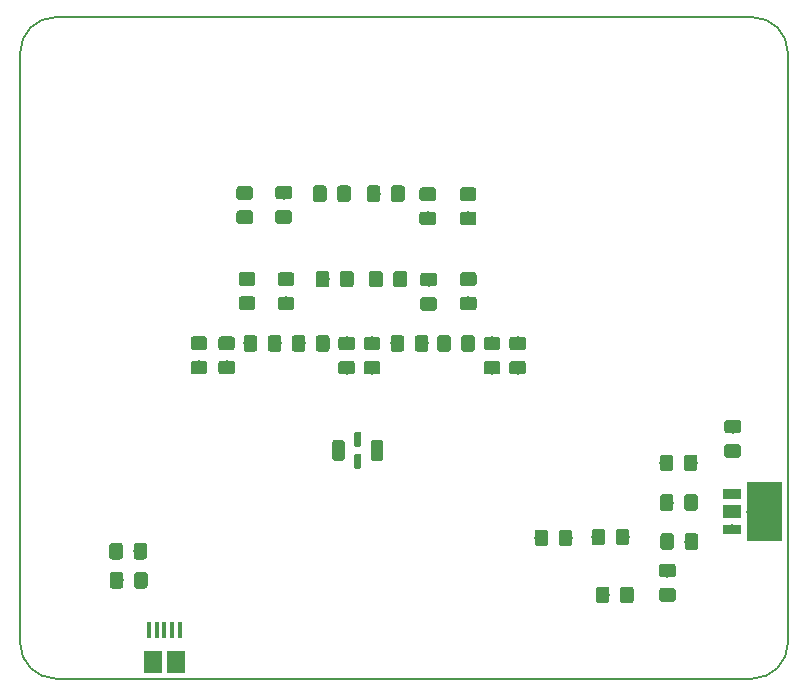
<source format=gtp>
G04 #@! TF.GenerationSoftware,KiCad,Pcbnew,(5.1.4)-1*
G04 #@! TF.CreationDate,2019-10-20T15:20:57+05:30*
G04 #@! TF.ProjectId,RPi Hat RF Transmitter V1,52506920-4861-4742-9052-46205472616e,rev?*
G04 #@! TF.SameCoordinates,Original*
G04 #@! TF.FileFunction,Paste,Top*
G04 #@! TF.FilePolarity,Positive*
%FSLAX46Y46*%
G04 Gerber Fmt 4.6, Leading zero omitted, Abs format (unit mm)*
G04 Created by KiCad (PCBNEW (5.1.4)-1) date 2019-10-20 15:20:57*
%MOMM*%
%LPD*%
G04 APERTURE LIST*
%ADD10C,0.150000*%
%ADD11R,1.500000X1.900000*%
%ADD12R,0.400000X1.350000*%
%ADD13C,0.100000*%
%ADD14C,0.610000*%
%ADD15C,1.040000*%
%ADD16C,1.150000*%
%ADD17C,3.000000*%
%ADD18C,1.100000*%
%ADD19C,0.800000*%
G04 APERTURE END LIST*
D10*
X78546356Y-63817611D02*
X78546356Y-113817611D01*
X140546356Y-60817611D02*
X81546356Y-60817611D01*
X143546351Y-113822847D02*
X143546356Y-63817611D01*
X81546356Y-116817611D02*
X140546356Y-116817611D01*
X78546356Y-63817611D02*
G75*
G02X81546356Y-60817611I3000000J0D01*
G01*
X140546356Y-60817611D02*
G75*
G02X143546356Y-63817611I0J-3000000D01*
G01*
X81546356Y-116817611D02*
G75*
G02X78546356Y-113817611I0J3000000D01*
G01*
X143546351Y-113822847D02*
G75*
G02X140546356Y-116817611I-2999995J5236D01*
G01*
D11*
X89757500Y-115379500D03*
D12*
X90757500Y-112679500D03*
X91407500Y-112679500D03*
X92057500Y-112679500D03*
X89457500Y-112679500D03*
X90107500Y-112679500D03*
D11*
X91757500Y-115379500D03*
D13*
G36*
X107287448Y-95950734D02*
G01*
X107302251Y-95952930D01*
X107316768Y-95956567D01*
X107330859Y-95961608D01*
X107344388Y-95968007D01*
X107357224Y-95975701D01*
X107369245Y-95984616D01*
X107380334Y-95994666D01*
X107390384Y-96005755D01*
X107399299Y-96017776D01*
X107406993Y-96030612D01*
X107413392Y-96044141D01*
X107418433Y-96058232D01*
X107422070Y-96072749D01*
X107424266Y-96087552D01*
X107425000Y-96102500D01*
X107425000Y-97042500D01*
X107424266Y-97057448D01*
X107422070Y-97072251D01*
X107418433Y-97086768D01*
X107413392Y-97100859D01*
X107406993Y-97114388D01*
X107399299Y-97127224D01*
X107390384Y-97139245D01*
X107380334Y-97150334D01*
X107369245Y-97160384D01*
X107357224Y-97169299D01*
X107344388Y-97176993D01*
X107330859Y-97183392D01*
X107316768Y-97188433D01*
X107302251Y-97192070D01*
X107287448Y-97194266D01*
X107272500Y-97195000D01*
X106967500Y-97195000D01*
X106952552Y-97194266D01*
X106937749Y-97192070D01*
X106923232Y-97188433D01*
X106909141Y-97183392D01*
X106895612Y-97176993D01*
X106882776Y-97169299D01*
X106870755Y-97160384D01*
X106859666Y-97150334D01*
X106849616Y-97139245D01*
X106840701Y-97127224D01*
X106833007Y-97114388D01*
X106826608Y-97100859D01*
X106821567Y-97086768D01*
X106817930Y-97072251D01*
X106815734Y-97057448D01*
X106815000Y-97042500D01*
X106815000Y-96102500D01*
X106815734Y-96087552D01*
X106817930Y-96072749D01*
X106821567Y-96058232D01*
X106826608Y-96044141D01*
X106833007Y-96030612D01*
X106840701Y-96017776D01*
X106849616Y-96005755D01*
X106859666Y-95994666D01*
X106870755Y-95984616D01*
X106882776Y-95975701D01*
X106895612Y-95968007D01*
X106909141Y-95961608D01*
X106923232Y-95956567D01*
X106937749Y-95952930D01*
X106952552Y-95950734D01*
X106967500Y-95950000D01*
X107272500Y-95950000D01*
X107287448Y-95950734D01*
X107287448Y-95950734D01*
G37*
D14*
X107120000Y-96572500D03*
D13*
G36*
X107287448Y-97805734D02*
G01*
X107302251Y-97807930D01*
X107316768Y-97811567D01*
X107330859Y-97816608D01*
X107344388Y-97823007D01*
X107357224Y-97830701D01*
X107369245Y-97839616D01*
X107380334Y-97849666D01*
X107390384Y-97860755D01*
X107399299Y-97872776D01*
X107406993Y-97885612D01*
X107413392Y-97899141D01*
X107418433Y-97913232D01*
X107422070Y-97927749D01*
X107424266Y-97942552D01*
X107425000Y-97957500D01*
X107425000Y-98897500D01*
X107424266Y-98912448D01*
X107422070Y-98927251D01*
X107418433Y-98941768D01*
X107413392Y-98955859D01*
X107406993Y-98969388D01*
X107399299Y-98982224D01*
X107390384Y-98994245D01*
X107380334Y-99005334D01*
X107369245Y-99015384D01*
X107357224Y-99024299D01*
X107344388Y-99031993D01*
X107330859Y-99038392D01*
X107316768Y-99043433D01*
X107302251Y-99047070D01*
X107287448Y-99049266D01*
X107272500Y-99050000D01*
X106967500Y-99050000D01*
X106952552Y-99049266D01*
X106937749Y-99047070D01*
X106923232Y-99043433D01*
X106909141Y-99038392D01*
X106895612Y-99031993D01*
X106882776Y-99024299D01*
X106870755Y-99015384D01*
X106859666Y-99005334D01*
X106849616Y-98994245D01*
X106840701Y-98982224D01*
X106833007Y-98969388D01*
X106826608Y-98955859D01*
X106821567Y-98941768D01*
X106817930Y-98927251D01*
X106815734Y-98912448D01*
X106815000Y-98897500D01*
X106815000Y-97957500D01*
X106815734Y-97942552D01*
X106817930Y-97927749D01*
X106821567Y-97913232D01*
X106826608Y-97899141D01*
X106833007Y-97885612D01*
X106840701Y-97872776D01*
X106849616Y-97860755D01*
X106859666Y-97849666D01*
X106870755Y-97839616D01*
X106882776Y-97830701D01*
X106895612Y-97823007D01*
X106909141Y-97816608D01*
X106923232Y-97811567D01*
X106937749Y-97807930D01*
X106952552Y-97805734D01*
X106967500Y-97805000D01*
X107272500Y-97805000D01*
X107287448Y-97805734D01*
X107287448Y-97805734D01*
G37*
D14*
X107120000Y-98427500D03*
D13*
G36*
X109039865Y-96601202D02*
G01*
X109064095Y-96604796D01*
X109087855Y-96610748D01*
X109110918Y-96619000D01*
X109133061Y-96629472D01*
X109154070Y-96642065D01*
X109173745Y-96656657D01*
X109191894Y-96673106D01*
X109208343Y-96691255D01*
X109222935Y-96710930D01*
X109235528Y-96731939D01*
X109246000Y-96754082D01*
X109254252Y-96777145D01*
X109260204Y-96800905D01*
X109263798Y-96825135D01*
X109265000Y-96849600D01*
X109265000Y-98150400D01*
X109263798Y-98174865D01*
X109260204Y-98199095D01*
X109254252Y-98222855D01*
X109246000Y-98245918D01*
X109235528Y-98268061D01*
X109222935Y-98289070D01*
X109208343Y-98308745D01*
X109191894Y-98326894D01*
X109173745Y-98343343D01*
X109154070Y-98357935D01*
X109133061Y-98370528D01*
X109110918Y-98381000D01*
X109087855Y-98389252D01*
X109064095Y-98395204D01*
X109039865Y-98398798D01*
X109015400Y-98400000D01*
X108474600Y-98400000D01*
X108450135Y-98398798D01*
X108425905Y-98395204D01*
X108402145Y-98389252D01*
X108379082Y-98381000D01*
X108356939Y-98370528D01*
X108335930Y-98357935D01*
X108316255Y-98343343D01*
X108298106Y-98326894D01*
X108281657Y-98308745D01*
X108267065Y-98289070D01*
X108254472Y-98268061D01*
X108244000Y-98245918D01*
X108235748Y-98222855D01*
X108229796Y-98199095D01*
X108226202Y-98174865D01*
X108225000Y-98150400D01*
X108225000Y-96849600D01*
X108226202Y-96825135D01*
X108229796Y-96800905D01*
X108235748Y-96777145D01*
X108244000Y-96754082D01*
X108254472Y-96731939D01*
X108267065Y-96710930D01*
X108281657Y-96691255D01*
X108298106Y-96673106D01*
X108316255Y-96656657D01*
X108335930Y-96642065D01*
X108356939Y-96629472D01*
X108379082Y-96619000D01*
X108402145Y-96610748D01*
X108425905Y-96604796D01*
X108450135Y-96601202D01*
X108474600Y-96600000D01*
X109015400Y-96600000D01*
X109039865Y-96601202D01*
X109039865Y-96601202D01*
G37*
D15*
X108745000Y-97500000D03*
D13*
G36*
X105789865Y-96601202D02*
G01*
X105814095Y-96604796D01*
X105837855Y-96610748D01*
X105860918Y-96619000D01*
X105883061Y-96629472D01*
X105904070Y-96642065D01*
X105923745Y-96656657D01*
X105941894Y-96673106D01*
X105958343Y-96691255D01*
X105972935Y-96710930D01*
X105985528Y-96731939D01*
X105996000Y-96754082D01*
X106004252Y-96777145D01*
X106010204Y-96800905D01*
X106013798Y-96825135D01*
X106015000Y-96849600D01*
X106015000Y-98150400D01*
X106013798Y-98174865D01*
X106010204Y-98199095D01*
X106004252Y-98222855D01*
X105996000Y-98245918D01*
X105985528Y-98268061D01*
X105972935Y-98289070D01*
X105958343Y-98308745D01*
X105941894Y-98326894D01*
X105923745Y-98343343D01*
X105904070Y-98357935D01*
X105883061Y-98370528D01*
X105860918Y-98381000D01*
X105837855Y-98389252D01*
X105814095Y-98395204D01*
X105789865Y-98398798D01*
X105765400Y-98400000D01*
X105224600Y-98400000D01*
X105200135Y-98398798D01*
X105175905Y-98395204D01*
X105152145Y-98389252D01*
X105129082Y-98381000D01*
X105106939Y-98370528D01*
X105085930Y-98357935D01*
X105066255Y-98343343D01*
X105048106Y-98326894D01*
X105031657Y-98308745D01*
X105017065Y-98289070D01*
X105004472Y-98268061D01*
X104994000Y-98245918D01*
X104985748Y-98222855D01*
X104979796Y-98199095D01*
X104976202Y-98174865D01*
X104975000Y-98150400D01*
X104975000Y-96849600D01*
X104976202Y-96825135D01*
X104979796Y-96800905D01*
X104985748Y-96777145D01*
X104994000Y-96754082D01*
X105004472Y-96731939D01*
X105017065Y-96710930D01*
X105031657Y-96691255D01*
X105048106Y-96673106D01*
X105066255Y-96656657D01*
X105085930Y-96642065D01*
X105106939Y-96629472D01*
X105129082Y-96619000D01*
X105152145Y-96610748D01*
X105175905Y-96604796D01*
X105200135Y-96601202D01*
X105224600Y-96600000D01*
X105765400Y-96600000D01*
X105789865Y-96601202D01*
X105789865Y-96601202D01*
G37*
D15*
X105495000Y-97500000D03*
D13*
G36*
X121135505Y-89923204D02*
G01*
X121159773Y-89926804D01*
X121183572Y-89932765D01*
X121206671Y-89941030D01*
X121228850Y-89951520D01*
X121249893Y-89964132D01*
X121269599Y-89978747D01*
X121287777Y-89995223D01*
X121304253Y-90013401D01*
X121318868Y-90033107D01*
X121331480Y-90054150D01*
X121341970Y-90076329D01*
X121350235Y-90099428D01*
X121356196Y-90123227D01*
X121359796Y-90147495D01*
X121361000Y-90171999D01*
X121361000Y-90822001D01*
X121359796Y-90846505D01*
X121356196Y-90870773D01*
X121350235Y-90894572D01*
X121341970Y-90917671D01*
X121331480Y-90939850D01*
X121318868Y-90960893D01*
X121304253Y-90980599D01*
X121287777Y-90998777D01*
X121269599Y-91015253D01*
X121249893Y-91029868D01*
X121228850Y-91042480D01*
X121206671Y-91052970D01*
X121183572Y-91061235D01*
X121159773Y-91067196D01*
X121135505Y-91070796D01*
X121111001Y-91072000D01*
X120210999Y-91072000D01*
X120186495Y-91070796D01*
X120162227Y-91067196D01*
X120138428Y-91061235D01*
X120115329Y-91052970D01*
X120093150Y-91042480D01*
X120072107Y-91029868D01*
X120052401Y-91015253D01*
X120034223Y-90998777D01*
X120017747Y-90980599D01*
X120003132Y-90960893D01*
X119990520Y-90939850D01*
X119980030Y-90917671D01*
X119971765Y-90894572D01*
X119965804Y-90870773D01*
X119962204Y-90846505D01*
X119961000Y-90822001D01*
X119961000Y-90171999D01*
X119962204Y-90147495D01*
X119965804Y-90123227D01*
X119971765Y-90099428D01*
X119980030Y-90076329D01*
X119990520Y-90054150D01*
X120003132Y-90033107D01*
X120017747Y-90013401D01*
X120034223Y-89995223D01*
X120052401Y-89978747D01*
X120072107Y-89964132D01*
X120093150Y-89951520D01*
X120115329Y-89941030D01*
X120138428Y-89932765D01*
X120162227Y-89926804D01*
X120186495Y-89923204D01*
X120210999Y-89922000D01*
X121111001Y-89922000D01*
X121135505Y-89923204D01*
X121135505Y-89923204D01*
G37*
D16*
X120661000Y-90497000D03*
D13*
G36*
X121135505Y-87873204D02*
G01*
X121159773Y-87876804D01*
X121183572Y-87882765D01*
X121206671Y-87891030D01*
X121228850Y-87901520D01*
X121249893Y-87914132D01*
X121269599Y-87928747D01*
X121287777Y-87945223D01*
X121304253Y-87963401D01*
X121318868Y-87983107D01*
X121331480Y-88004150D01*
X121341970Y-88026329D01*
X121350235Y-88049428D01*
X121356196Y-88073227D01*
X121359796Y-88097495D01*
X121361000Y-88121999D01*
X121361000Y-88772001D01*
X121359796Y-88796505D01*
X121356196Y-88820773D01*
X121350235Y-88844572D01*
X121341970Y-88867671D01*
X121331480Y-88889850D01*
X121318868Y-88910893D01*
X121304253Y-88930599D01*
X121287777Y-88948777D01*
X121269599Y-88965253D01*
X121249893Y-88979868D01*
X121228850Y-88992480D01*
X121206671Y-89002970D01*
X121183572Y-89011235D01*
X121159773Y-89017196D01*
X121135505Y-89020796D01*
X121111001Y-89022000D01*
X120210999Y-89022000D01*
X120186495Y-89020796D01*
X120162227Y-89017196D01*
X120138428Y-89011235D01*
X120115329Y-89002970D01*
X120093150Y-88992480D01*
X120072107Y-88979868D01*
X120052401Y-88965253D01*
X120034223Y-88948777D01*
X120017747Y-88930599D01*
X120003132Y-88910893D01*
X119990520Y-88889850D01*
X119980030Y-88867671D01*
X119971765Y-88844572D01*
X119965804Y-88820773D01*
X119962204Y-88796505D01*
X119961000Y-88772001D01*
X119961000Y-88121999D01*
X119962204Y-88097495D01*
X119965804Y-88073227D01*
X119971765Y-88049428D01*
X119980030Y-88026329D01*
X119990520Y-88004150D01*
X120003132Y-87983107D01*
X120017747Y-87963401D01*
X120034223Y-87945223D01*
X120052401Y-87928747D01*
X120072107Y-87914132D01*
X120093150Y-87901520D01*
X120115329Y-87891030D01*
X120138428Y-87882765D01*
X120162227Y-87876804D01*
X120186495Y-87873204D01*
X120210999Y-87872000D01*
X121111001Y-87872000D01*
X121135505Y-87873204D01*
X121135505Y-87873204D01*
G37*
D16*
X120661000Y-88447000D03*
D13*
G36*
X116828505Y-87748204D02*
G01*
X116852773Y-87751804D01*
X116876572Y-87757765D01*
X116899671Y-87766030D01*
X116921850Y-87776520D01*
X116942893Y-87789132D01*
X116962599Y-87803747D01*
X116980777Y-87820223D01*
X116997253Y-87838401D01*
X117011868Y-87858107D01*
X117024480Y-87879150D01*
X117034970Y-87901329D01*
X117043235Y-87924428D01*
X117049196Y-87948227D01*
X117052796Y-87972495D01*
X117054000Y-87996999D01*
X117054000Y-88897001D01*
X117052796Y-88921505D01*
X117049196Y-88945773D01*
X117043235Y-88969572D01*
X117034970Y-88992671D01*
X117024480Y-89014850D01*
X117011868Y-89035893D01*
X116997253Y-89055599D01*
X116980777Y-89073777D01*
X116962599Y-89090253D01*
X116942893Y-89104868D01*
X116921850Y-89117480D01*
X116899671Y-89127970D01*
X116876572Y-89136235D01*
X116852773Y-89142196D01*
X116828505Y-89145796D01*
X116804001Y-89147000D01*
X116153999Y-89147000D01*
X116129495Y-89145796D01*
X116105227Y-89142196D01*
X116081428Y-89136235D01*
X116058329Y-89127970D01*
X116036150Y-89117480D01*
X116015107Y-89104868D01*
X115995401Y-89090253D01*
X115977223Y-89073777D01*
X115960747Y-89055599D01*
X115946132Y-89035893D01*
X115933520Y-89014850D01*
X115923030Y-88992671D01*
X115914765Y-88969572D01*
X115908804Y-88945773D01*
X115905204Y-88921505D01*
X115904000Y-88897001D01*
X115904000Y-87996999D01*
X115905204Y-87972495D01*
X115908804Y-87948227D01*
X115914765Y-87924428D01*
X115923030Y-87901329D01*
X115933520Y-87879150D01*
X115946132Y-87858107D01*
X115960747Y-87838401D01*
X115977223Y-87820223D01*
X115995401Y-87803747D01*
X116015107Y-87789132D01*
X116036150Y-87776520D01*
X116058329Y-87766030D01*
X116081428Y-87757765D01*
X116105227Y-87751804D01*
X116129495Y-87748204D01*
X116153999Y-87747000D01*
X116804001Y-87747000D01*
X116828505Y-87748204D01*
X116828505Y-87748204D01*
G37*
D16*
X116479000Y-88447000D03*
D13*
G36*
X114778505Y-87748204D02*
G01*
X114802773Y-87751804D01*
X114826572Y-87757765D01*
X114849671Y-87766030D01*
X114871850Y-87776520D01*
X114892893Y-87789132D01*
X114912599Y-87803747D01*
X114930777Y-87820223D01*
X114947253Y-87838401D01*
X114961868Y-87858107D01*
X114974480Y-87879150D01*
X114984970Y-87901329D01*
X114993235Y-87924428D01*
X114999196Y-87948227D01*
X115002796Y-87972495D01*
X115004000Y-87996999D01*
X115004000Y-88897001D01*
X115002796Y-88921505D01*
X114999196Y-88945773D01*
X114993235Y-88969572D01*
X114984970Y-88992671D01*
X114974480Y-89014850D01*
X114961868Y-89035893D01*
X114947253Y-89055599D01*
X114930777Y-89073777D01*
X114912599Y-89090253D01*
X114892893Y-89104868D01*
X114871850Y-89117480D01*
X114849671Y-89127970D01*
X114826572Y-89136235D01*
X114802773Y-89142196D01*
X114778505Y-89145796D01*
X114754001Y-89147000D01*
X114103999Y-89147000D01*
X114079495Y-89145796D01*
X114055227Y-89142196D01*
X114031428Y-89136235D01*
X114008329Y-89127970D01*
X113986150Y-89117480D01*
X113965107Y-89104868D01*
X113945401Y-89090253D01*
X113927223Y-89073777D01*
X113910747Y-89055599D01*
X113896132Y-89035893D01*
X113883520Y-89014850D01*
X113873030Y-88992671D01*
X113864765Y-88969572D01*
X113858804Y-88945773D01*
X113855204Y-88921505D01*
X113854000Y-88897001D01*
X113854000Y-87996999D01*
X113855204Y-87972495D01*
X113858804Y-87948227D01*
X113864765Y-87924428D01*
X113873030Y-87901329D01*
X113883520Y-87879150D01*
X113896132Y-87858107D01*
X113910747Y-87838401D01*
X113927223Y-87820223D01*
X113945401Y-87803747D01*
X113965107Y-87789132D01*
X113986150Y-87776520D01*
X114008329Y-87766030D01*
X114031428Y-87757765D01*
X114055227Y-87751804D01*
X114079495Y-87748204D01*
X114103999Y-87747000D01*
X114754001Y-87747000D01*
X114778505Y-87748204D01*
X114778505Y-87748204D01*
G37*
D16*
X114429000Y-88447000D03*
D13*
G36*
X118976505Y-89923204D02*
G01*
X119000773Y-89926804D01*
X119024572Y-89932765D01*
X119047671Y-89941030D01*
X119069850Y-89951520D01*
X119090893Y-89964132D01*
X119110599Y-89978747D01*
X119128777Y-89995223D01*
X119145253Y-90013401D01*
X119159868Y-90033107D01*
X119172480Y-90054150D01*
X119182970Y-90076329D01*
X119191235Y-90099428D01*
X119197196Y-90123227D01*
X119200796Y-90147495D01*
X119202000Y-90171999D01*
X119202000Y-90822001D01*
X119200796Y-90846505D01*
X119197196Y-90870773D01*
X119191235Y-90894572D01*
X119182970Y-90917671D01*
X119172480Y-90939850D01*
X119159868Y-90960893D01*
X119145253Y-90980599D01*
X119128777Y-90998777D01*
X119110599Y-91015253D01*
X119090893Y-91029868D01*
X119069850Y-91042480D01*
X119047671Y-91052970D01*
X119024572Y-91061235D01*
X119000773Y-91067196D01*
X118976505Y-91070796D01*
X118952001Y-91072000D01*
X118051999Y-91072000D01*
X118027495Y-91070796D01*
X118003227Y-91067196D01*
X117979428Y-91061235D01*
X117956329Y-91052970D01*
X117934150Y-91042480D01*
X117913107Y-91029868D01*
X117893401Y-91015253D01*
X117875223Y-90998777D01*
X117858747Y-90980599D01*
X117844132Y-90960893D01*
X117831520Y-90939850D01*
X117821030Y-90917671D01*
X117812765Y-90894572D01*
X117806804Y-90870773D01*
X117803204Y-90846505D01*
X117802000Y-90822001D01*
X117802000Y-90171999D01*
X117803204Y-90147495D01*
X117806804Y-90123227D01*
X117812765Y-90099428D01*
X117821030Y-90076329D01*
X117831520Y-90054150D01*
X117844132Y-90033107D01*
X117858747Y-90013401D01*
X117875223Y-89995223D01*
X117893401Y-89978747D01*
X117913107Y-89964132D01*
X117934150Y-89951520D01*
X117956329Y-89941030D01*
X117979428Y-89932765D01*
X118003227Y-89926804D01*
X118027495Y-89923204D01*
X118051999Y-89922000D01*
X118952001Y-89922000D01*
X118976505Y-89923204D01*
X118976505Y-89923204D01*
G37*
D16*
X118502000Y-90497000D03*
D13*
G36*
X118976505Y-87873204D02*
G01*
X119000773Y-87876804D01*
X119024572Y-87882765D01*
X119047671Y-87891030D01*
X119069850Y-87901520D01*
X119090893Y-87914132D01*
X119110599Y-87928747D01*
X119128777Y-87945223D01*
X119145253Y-87963401D01*
X119159868Y-87983107D01*
X119172480Y-88004150D01*
X119182970Y-88026329D01*
X119191235Y-88049428D01*
X119197196Y-88073227D01*
X119200796Y-88097495D01*
X119202000Y-88121999D01*
X119202000Y-88772001D01*
X119200796Y-88796505D01*
X119197196Y-88820773D01*
X119191235Y-88844572D01*
X119182970Y-88867671D01*
X119172480Y-88889850D01*
X119159868Y-88910893D01*
X119145253Y-88930599D01*
X119128777Y-88948777D01*
X119110599Y-88965253D01*
X119090893Y-88979868D01*
X119069850Y-88992480D01*
X119047671Y-89002970D01*
X119024572Y-89011235D01*
X119000773Y-89017196D01*
X118976505Y-89020796D01*
X118952001Y-89022000D01*
X118051999Y-89022000D01*
X118027495Y-89020796D01*
X118003227Y-89017196D01*
X117979428Y-89011235D01*
X117956329Y-89002970D01*
X117934150Y-88992480D01*
X117913107Y-88979868D01*
X117893401Y-88965253D01*
X117875223Y-88948777D01*
X117858747Y-88930599D01*
X117844132Y-88910893D01*
X117831520Y-88889850D01*
X117821030Y-88867671D01*
X117812765Y-88844572D01*
X117806804Y-88820773D01*
X117803204Y-88796505D01*
X117802000Y-88772001D01*
X117802000Y-88121999D01*
X117803204Y-88097495D01*
X117806804Y-88073227D01*
X117812765Y-88049428D01*
X117821030Y-88026329D01*
X117831520Y-88004150D01*
X117844132Y-87983107D01*
X117858747Y-87963401D01*
X117875223Y-87945223D01*
X117893401Y-87928747D01*
X117913107Y-87914132D01*
X117934150Y-87901520D01*
X117956329Y-87891030D01*
X117979428Y-87882765D01*
X118003227Y-87876804D01*
X118027495Y-87873204D01*
X118051999Y-87872000D01*
X118952001Y-87872000D01*
X118976505Y-87873204D01*
X118976505Y-87873204D01*
G37*
D16*
X118502000Y-88447000D03*
D13*
G36*
X112882505Y-87748204D02*
G01*
X112906773Y-87751804D01*
X112930572Y-87757765D01*
X112953671Y-87766030D01*
X112975850Y-87776520D01*
X112996893Y-87789132D01*
X113016599Y-87803747D01*
X113034777Y-87820223D01*
X113051253Y-87838401D01*
X113065868Y-87858107D01*
X113078480Y-87879150D01*
X113088970Y-87901329D01*
X113097235Y-87924428D01*
X113103196Y-87948227D01*
X113106796Y-87972495D01*
X113108000Y-87996999D01*
X113108000Y-88897001D01*
X113106796Y-88921505D01*
X113103196Y-88945773D01*
X113097235Y-88969572D01*
X113088970Y-88992671D01*
X113078480Y-89014850D01*
X113065868Y-89035893D01*
X113051253Y-89055599D01*
X113034777Y-89073777D01*
X113016599Y-89090253D01*
X112996893Y-89104868D01*
X112975850Y-89117480D01*
X112953671Y-89127970D01*
X112930572Y-89136235D01*
X112906773Y-89142196D01*
X112882505Y-89145796D01*
X112858001Y-89147000D01*
X112207999Y-89147000D01*
X112183495Y-89145796D01*
X112159227Y-89142196D01*
X112135428Y-89136235D01*
X112112329Y-89127970D01*
X112090150Y-89117480D01*
X112069107Y-89104868D01*
X112049401Y-89090253D01*
X112031223Y-89073777D01*
X112014747Y-89055599D01*
X112000132Y-89035893D01*
X111987520Y-89014850D01*
X111977030Y-88992671D01*
X111968765Y-88969572D01*
X111962804Y-88945773D01*
X111959204Y-88921505D01*
X111958000Y-88897001D01*
X111958000Y-87996999D01*
X111959204Y-87972495D01*
X111962804Y-87948227D01*
X111968765Y-87924428D01*
X111977030Y-87901329D01*
X111987520Y-87879150D01*
X112000132Y-87858107D01*
X112014747Y-87838401D01*
X112031223Y-87820223D01*
X112049401Y-87803747D01*
X112069107Y-87789132D01*
X112090150Y-87776520D01*
X112112329Y-87766030D01*
X112135428Y-87757765D01*
X112159227Y-87751804D01*
X112183495Y-87748204D01*
X112207999Y-87747000D01*
X112858001Y-87747000D01*
X112882505Y-87748204D01*
X112882505Y-87748204D01*
G37*
D16*
X112533000Y-88447000D03*
D13*
G36*
X110832505Y-87748204D02*
G01*
X110856773Y-87751804D01*
X110880572Y-87757765D01*
X110903671Y-87766030D01*
X110925850Y-87776520D01*
X110946893Y-87789132D01*
X110966599Y-87803747D01*
X110984777Y-87820223D01*
X111001253Y-87838401D01*
X111015868Y-87858107D01*
X111028480Y-87879150D01*
X111038970Y-87901329D01*
X111047235Y-87924428D01*
X111053196Y-87948227D01*
X111056796Y-87972495D01*
X111058000Y-87996999D01*
X111058000Y-88897001D01*
X111056796Y-88921505D01*
X111053196Y-88945773D01*
X111047235Y-88969572D01*
X111038970Y-88992671D01*
X111028480Y-89014850D01*
X111015868Y-89035893D01*
X111001253Y-89055599D01*
X110984777Y-89073777D01*
X110966599Y-89090253D01*
X110946893Y-89104868D01*
X110925850Y-89117480D01*
X110903671Y-89127970D01*
X110880572Y-89136235D01*
X110856773Y-89142196D01*
X110832505Y-89145796D01*
X110808001Y-89147000D01*
X110157999Y-89147000D01*
X110133495Y-89145796D01*
X110109227Y-89142196D01*
X110085428Y-89136235D01*
X110062329Y-89127970D01*
X110040150Y-89117480D01*
X110019107Y-89104868D01*
X109999401Y-89090253D01*
X109981223Y-89073777D01*
X109964747Y-89055599D01*
X109950132Y-89035893D01*
X109937520Y-89014850D01*
X109927030Y-88992671D01*
X109918765Y-88969572D01*
X109912804Y-88945773D01*
X109909204Y-88921505D01*
X109908000Y-88897001D01*
X109908000Y-87996999D01*
X109909204Y-87972495D01*
X109912804Y-87948227D01*
X109918765Y-87924428D01*
X109927030Y-87901329D01*
X109937520Y-87879150D01*
X109950132Y-87858107D01*
X109964747Y-87838401D01*
X109981223Y-87820223D01*
X109999401Y-87803747D01*
X110019107Y-87789132D01*
X110040150Y-87776520D01*
X110062329Y-87766030D01*
X110085428Y-87757765D01*
X110109227Y-87751804D01*
X110133495Y-87748204D01*
X110157999Y-87747000D01*
X110808001Y-87747000D01*
X110832505Y-87748204D01*
X110832505Y-87748204D01*
G37*
D16*
X110483000Y-88447000D03*
D13*
G36*
X135731505Y-104520704D02*
G01*
X135755773Y-104524304D01*
X135779572Y-104530265D01*
X135802671Y-104538530D01*
X135824850Y-104549020D01*
X135845893Y-104561632D01*
X135865599Y-104576247D01*
X135883777Y-104592723D01*
X135900253Y-104610901D01*
X135914868Y-104630607D01*
X135927480Y-104651650D01*
X135937970Y-104673829D01*
X135946235Y-104696928D01*
X135952196Y-104720727D01*
X135955796Y-104744995D01*
X135957000Y-104769499D01*
X135957000Y-105669501D01*
X135955796Y-105694005D01*
X135952196Y-105718273D01*
X135946235Y-105742072D01*
X135937970Y-105765171D01*
X135927480Y-105787350D01*
X135914868Y-105808393D01*
X135900253Y-105828099D01*
X135883777Y-105846277D01*
X135865599Y-105862753D01*
X135845893Y-105877368D01*
X135824850Y-105889980D01*
X135802671Y-105900470D01*
X135779572Y-105908735D01*
X135755773Y-105914696D01*
X135731505Y-105918296D01*
X135707001Y-105919500D01*
X135056999Y-105919500D01*
X135032495Y-105918296D01*
X135008227Y-105914696D01*
X134984428Y-105908735D01*
X134961329Y-105900470D01*
X134939150Y-105889980D01*
X134918107Y-105877368D01*
X134898401Y-105862753D01*
X134880223Y-105846277D01*
X134863747Y-105828099D01*
X134849132Y-105808393D01*
X134836520Y-105787350D01*
X134826030Y-105765171D01*
X134817765Y-105742072D01*
X134811804Y-105718273D01*
X134808204Y-105694005D01*
X134807000Y-105669501D01*
X134807000Y-104769499D01*
X134808204Y-104744995D01*
X134811804Y-104720727D01*
X134817765Y-104696928D01*
X134826030Y-104673829D01*
X134836520Y-104651650D01*
X134849132Y-104630607D01*
X134863747Y-104610901D01*
X134880223Y-104592723D01*
X134898401Y-104576247D01*
X134918107Y-104561632D01*
X134939150Y-104549020D01*
X134961329Y-104538530D01*
X134984428Y-104530265D01*
X135008227Y-104524304D01*
X135032495Y-104520704D01*
X135056999Y-104519500D01*
X135707001Y-104519500D01*
X135731505Y-104520704D01*
X135731505Y-104520704D01*
G37*
D16*
X135382000Y-105219500D03*
D13*
G36*
X133681505Y-104520704D02*
G01*
X133705773Y-104524304D01*
X133729572Y-104530265D01*
X133752671Y-104538530D01*
X133774850Y-104549020D01*
X133795893Y-104561632D01*
X133815599Y-104576247D01*
X133833777Y-104592723D01*
X133850253Y-104610901D01*
X133864868Y-104630607D01*
X133877480Y-104651650D01*
X133887970Y-104673829D01*
X133896235Y-104696928D01*
X133902196Y-104720727D01*
X133905796Y-104744995D01*
X133907000Y-104769499D01*
X133907000Y-105669501D01*
X133905796Y-105694005D01*
X133902196Y-105718273D01*
X133896235Y-105742072D01*
X133887970Y-105765171D01*
X133877480Y-105787350D01*
X133864868Y-105808393D01*
X133850253Y-105828099D01*
X133833777Y-105846277D01*
X133815599Y-105862753D01*
X133795893Y-105877368D01*
X133774850Y-105889980D01*
X133752671Y-105900470D01*
X133729572Y-105908735D01*
X133705773Y-105914696D01*
X133681505Y-105918296D01*
X133657001Y-105919500D01*
X133006999Y-105919500D01*
X132982495Y-105918296D01*
X132958227Y-105914696D01*
X132934428Y-105908735D01*
X132911329Y-105900470D01*
X132889150Y-105889980D01*
X132868107Y-105877368D01*
X132848401Y-105862753D01*
X132830223Y-105846277D01*
X132813747Y-105828099D01*
X132799132Y-105808393D01*
X132786520Y-105787350D01*
X132776030Y-105765171D01*
X132767765Y-105742072D01*
X132761804Y-105718273D01*
X132758204Y-105694005D01*
X132757000Y-105669501D01*
X132757000Y-104769499D01*
X132758204Y-104744995D01*
X132761804Y-104720727D01*
X132767765Y-104696928D01*
X132776030Y-104673829D01*
X132786520Y-104651650D01*
X132799132Y-104630607D01*
X132813747Y-104610901D01*
X132830223Y-104592723D01*
X132848401Y-104576247D01*
X132868107Y-104561632D01*
X132889150Y-104549020D01*
X132911329Y-104538530D01*
X132934428Y-104530265D01*
X132958227Y-104524304D01*
X132982495Y-104520704D01*
X133006999Y-104519500D01*
X133657001Y-104519500D01*
X133681505Y-104520704D01*
X133681505Y-104520704D01*
G37*
D16*
X133332000Y-105219500D03*
D13*
G36*
X128220505Y-109029204D02*
G01*
X128244773Y-109032804D01*
X128268572Y-109038765D01*
X128291671Y-109047030D01*
X128313850Y-109057520D01*
X128334893Y-109070132D01*
X128354599Y-109084747D01*
X128372777Y-109101223D01*
X128389253Y-109119401D01*
X128403868Y-109139107D01*
X128416480Y-109160150D01*
X128426970Y-109182329D01*
X128435235Y-109205428D01*
X128441196Y-109229227D01*
X128444796Y-109253495D01*
X128446000Y-109277999D01*
X128446000Y-110178001D01*
X128444796Y-110202505D01*
X128441196Y-110226773D01*
X128435235Y-110250572D01*
X128426970Y-110273671D01*
X128416480Y-110295850D01*
X128403868Y-110316893D01*
X128389253Y-110336599D01*
X128372777Y-110354777D01*
X128354599Y-110371253D01*
X128334893Y-110385868D01*
X128313850Y-110398480D01*
X128291671Y-110408970D01*
X128268572Y-110417235D01*
X128244773Y-110423196D01*
X128220505Y-110426796D01*
X128196001Y-110428000D01*
X127545999Y-110428000D01*
X127521495Y-110426796D01*
X127497227Y-110423196D01*
X127473428Y-110417235D01*
X127450329Y-110408970D01*
X127428150Y-110398480D01*
X127407107Y-110385868D01*
X127387401Y-110371253D01*
X127369223Y-110354777D01*
X127352747Y-110336599D01*
X127338132Y-110316893D01*
X127325520Y-110295850D01*
X127315030Y-110273671D01*
X127306765Y-110250572D01*
X127300804Y-110226773D01*
X127297204Y-110202505D01*
X127296000Y-110178001D01*
X127296000Y-109277999D01*
X127297204Y-109253495D01*
X127300804Y-109229227D01*
X127306765Y-109205428D01*
X127315030Y-109182329D01*
X127325520Y-109160150D01*
X127338132Y-109139107D01*
X127352747Y-109119401D01*
X127369223Y-109101223D01*
X127387401Y-109084747D01*
X127407107Y-109070132D01*
X127428150Y-109057520D01*
X127450329Y-109047030D01*
X127473428Y-109038765D01*
X127497227Y-109032804D01*
X127521495Y-109029204D01*
X127545999Y-109028000D01*
X128196001Y-109028000D01*
X128220505Y-109029204D01*
X128220505Y-109029204D01*
G37*
D16*
X127871000Y-109728000D03*
D13*
G36*
X130270505Y-109029204D02*
G01*
X130294773Y-109032804D01*
X130318572Y-109038765D01*
X130341671Y-109047030D01*
X130363850Y-109057520D01*
X130384893Y-109070132D01*
X130404599Y-109084747D01*
X130422777Y-109101223D01*
X130439253Y-109119401D01*
X130453868Y-109139107D01*
X130466480Y-109160150D01*
X130476970Y-109182329D01*
X130485235Y-109205428D01*
X130491196Y-109229227D01*
X130494796Y-109253495D01*
X130496000Y-109277999D01*
X130496000Y-110178001D01*
X130494796Y-110202505D01*
X130491196Y-110226773D01*
X130485235Y-110250572D01*
X130476970Y-110273671D01*
X130466480Y-110295850D01*
X130453868Y-110316893D01*
X130439253Y-110336599D01*
X130422777Y-110354777D01*
X130404599Y-110371253D01*
X130384893Y-110385868D01*
X130363850Y-110398480D01*
X130341671Y-110408970D01*
X130318572Y-110417235D01*
X130294773Y-110423196D01*
X130270505Y-110426796D01*
X130246001Y-110428000D01*
X129595999Y-110428000D01*
X129571495Y-110426796D01*
X129547227Y-110423196D01*
X129523428Y-110417235D01*
X129500329Y-110408970D01*
X129478150Y-110398480D01*
X129457107Y-110385868D01*
X129437401Y-110371253D01*
X129419223Y-110354777D01*
X129402747Y-110336599D01*
X129388132Y-110316893D01*
X129375520Y-110295850D01*
X129365030Y-110273671D01*
X129356765Y-110250572D01*
X129350804Y-110226773D01*
X129347204Y-110202505D01*
X129346000Y-110178001D01*
X129346000Y-109277999D01*
X129347204Y-109253495D01*
X129350804Y-109229227D01*
X129356765Y-109205428D01*
X129365030Y-109182329D01*
X129375520Y-109160150D01*
X129388132Y-109139107D01*
X129402747Y-109119401D01*
X129419223Y-109101223D01*
X129437401Y-109084747D01*
X129457107Y-109070132D01*
X129478150Y-109057520D01*
X129500329Y-109047030D01*
X129523428Y-109038765D01*
X129547227Y-109032804D01*
X129571495Y-109029204D01*
X129595999Y-109028000D01*
X130246001Y-109028000D01*
X130270505Y-109029204D01*
X130270505Y-109029204D01*
G37*
D16*
X129921000Y-109728000D03*
D13*
G36*
X135686005Y-101218704D02*
G01*
X135710273Y-101222304D01*
X135734072Y-101228265D01*
X135757171Y-101236530D01*
X135779350Y-101247020D01*
X135800393Y-101259632D01*
X135820099Y-101274247D01*
X135838277Y-101290723D01*
X135854753Y-101308901D01*
X135869368Y-101328607D01*
X135881980Y-101349650D01*
X135892470Y-101371829D01*
X135900735Y-101394928D01*
X135906696Y-101418727D01*
X135910296Y-101442995D01*
X135911500Y-101467499D01*
X135911500Y-102367501D01*
X135910296Y-102392005D01*
X135906696Y-102416273D01*
X135900735Y-102440072D01*
X135892470Y-102463171D01*
X135881980Y-102485350D01*
X135869368Y-102506393D01*
X135854753Y-102526099D01*
X135838277Y-102544277D01*
X135820099Y-102560753D01*
X135800393Y-102575368D01*
X135779350Y-102587980D01*
X135757171Y-102598470D01*
X135734072Y-102606735D01*
X135710273Y-102612696D01*
X135686005Y-102616296D01*
X135661501Y-102617500D01*
X135011499Y-102617500D01*
X134986995Y-102616296D01*
X134962727Y-102612696D01*
X134938928Y-102606735D01*
X134915829Y-102598470D01*
X134893650Y-102587980D01*
X134872607Y-102575368D01*
X134852901Y-102560753D01*
X134834723Y-102544277D01*
X134818247Y-102526099D01*
X134803632Y-102506393D01*
X134791020Y-102485350D01*
X134780530Y-102463171D01*
X134772265Y-102440072D01*
X134766304Y-102416273D01*
X134762704Y-102392005D01*
X134761500Y-102367501D01*
X134761500Y-101467499D01*
X134762704Y-101442995D01*
X134766304Y-101418727D01*
X134772265Y-101394928D01*
X134780530Y-101371829D01*
X134791020Y-101349650D01*
X134803632Y-101328607D01*
X134818247Y-101308901D01*
X134834723Y-101290723D01*
X134852901Y-101274247D01*
X134872607Y-101259632D01*
X134893650Y-101247020D01*
X134915829Y-101236530D01*
X134938928Y-101228265D01*
X134962727Y-101222304D01*
X134986995Y-101218704D01*
X135011499Y-101217500D01*
X135661501Y-101217500D01*
X135686005Y-101218704D01*
X135686005Y-101218704D01*
G37*
D16*
X135336500Y-101917500D03*
D13*
G36*
X133636005Y-101218704D02*
G01*
X133660273Y-101222304D01*
X133684072Y-101228265D01*
X133707171Y-101236530D01*
X133729350Y-101247020D01*
X133750393Y-101259632D01*
X133770099Y-101274247D01*
X133788277Y-101290723D01*
X133804753Y-101308901D01*
X133819368Y-101328607D01*
X133831980Y-101349650D01*
X133842470Y-101371829D01*
X133850735Y-101394928D01*
X133856696Y-101418727D01*
X133860296Y-101442995D01*
X133861500Y-101467499D01*
X133861500Y-102367501D01*
X133860296Y-102392005D01*
X133856696Y-102416273D01*
X133850735Y-102440072D01*
X133842470Y-102463171D01*
X133831980Y-102485350D01*
X133819368Y-102506393D01*
X133804753Y-102526099D01*
X133788277Y-102544277D01*
X133770099Y-102560753D01*
X133750393Y-102575368D01*
X133729350Y-102587980D01*
X133707171Y-102598470D01*
X133684072Y-102606735D01*
X133660273Y-102612696D01*
X133636005Y-102616296D01*
X133611501Y-102617500D01*
X132961499Y-102617500D01*
X132936995Y-102616296D01*
X132912727Y-102612696D01*
X132888928Y-102606735D01*
X132865829Y-102598470D01*
X132843650Y-102587980D01*
X132822607Y-102575368D01*
X132802901Y-102560753D01*
X132784723Y-102544277D01*
X132768247Y-102526099D01*
X132753632Y-102506393D01*
X132741020Y-102485350D01*
X132730530Y-102463171D01*
X132722265Y-102440072D01*
X132716304Y-102416273D01*
X132712704Y-102392005D01*
X132711500Y-102367501D01*
X132711500Y-101467499D01*
X132712704Y-101442995D01*
X132716304Y-101418727D01*
X132722265Y-101394928D01*
X132730530Y-101371829D01*
X132741020Y-101349650D01*
X132753632Y-101328607D01*
X132768247Y-101308901D01*
X132784723Y-101290723D01*
X132802901Y-101274247D01*
X132822607Y-101259632D01*
X132843650Y-101247020D01*
X132865829Y-101236530D01*
X132888928Y-101228265D01*
X132912727Y-101222304D01*
X132936995Y-101218704D01*
X132961499Y-101217500D01*
X133611501Y-101217500D01*
X133636005Y-101218704D01*
X133636005Y-101218704D01*
G37*
D16*
X133286500Y-101917500D03*
D13*
G36*
X135668005Y-97853204D02*
G01*
X135692273Y-97856804D01*
X135716072Y-97862765D01*
X135739171Y-97871030D01*
X135761350Y-97881520D01*
X135782393Y-97894132D01*
X135802099Y-97908747D01*
X135820277Y-97925223D01*
X135836753Y-97943401D01*
X135851368Y-97963107D01*
X135863980Y-97984150D01*
X135874470Y-98006329D01*
X135882735Y-98029428D01*
X135888696Y-98053227D01*
X135892296Y-98077495D01*
X135893500Y-98101999D01*
X135893500Y-99002001D01*
X135892296Y-99026505D01*
X135888696Y-99050773D01*
X135882735Y-99074572D01*
X135874470Y-99097671D01*
X135863980Y-99119850D01*
X135851368Y-99140893D01*
X135836753Y-99160599D01*
X135820277Y-99178777D01*
X135802099Y-99195253D01*
X135782393Y-99209868D01*
X135761350Y-99222480D01*
X135739171Y-99232970D01*
X135716072Y-99241235D01*
X135692273Y-99247196D01*
X135668005Y-99250796D01*
X135643501Y-99252000D01*
X134993499Y-99252000D01*
X134968995Y-99250796D01*
X134944727Y-99247196D01*
X134920928Y-99241235D01*
X134897829Y-99232970D01*
X134875650Y-99222480D01*
X134854607Y-99209868D01*
X134834901Y-99195253D01*
X134816723Y-99178777D01*
X134800247Y-99160599D01*
X134785632Y-99140893D01*
X134773020Y-99119850D01*
X134762530Y-99097671D01*
X134754265Y-99074572D01*
X134748304Y-99050773D01*
X134744704Y-99026505D01*
X134743500Y-99002001D01*
X134743500Y-98101999D01*
X134744704Y-98077495D01*
X134748304Y-98053227D01*
X134754265Y-98029428D01*
X134762530Y-98006329D01*
X134773020Y-97984150D01*
X134785632Y-97963107D01*
X134800247Y-97943401D01*
X134816723Y-97925223D01*
X134834901Y-97908747D01*
X134854607Y-97894132D01*
X134875650Y-97881520D01*
X134897829Y-97871030D01*
X134920928Y-97862765D01*
X134944727Y-97856804D01*
X134968995Y-97853204D01*
X134993499Y-97852000D01*
X135643501Y-97852000D01*
X135668005Y-97853204D01*
X135668005Y-97853204D01*
G37*
D16*
X135318500Y-98552000D03*
D13*
G36*
X133618005Y-97853204D02*
G01*
X133642273Y-97856804D01*
X133666072Y-97862765D01*
X133689171Y-97871030D01*
X133711350Y-97881520D01*
X133732393Y-97894132D01*
X133752099Y-97908747D01*
X133770277Y-97925223D01*
X133786753Y-97943401D01*
X133801368Y-97963107D01*
X133813980Y-97984150D01*
X133824470Y-98006329D01*
X133832735Y-98029428D01*
X133838696Y-98053227D01*
X133842296Y-98077495D01*
X133843500Y-98101999D01*
X133843500Y-99002001D01*
X133842296Y-99026505D01*
X133838696Y-99050773D01*
X133832735Y-99074572D01*
X133824470Y-99097671D01*
X133813980Y-99119850D01*
X133801368Y-99140893D01*
X133786753Y-99160599D01*
X133770277Y-99178777D01*
X133752099Y-99195253D01*
X133732393Y-99209868D01*
X133711350Y-99222480D01*
X133689171Y-99232970D01*
X133666072Y-99241235D01*
X133642273Y-99247196D01*
X133618005Y-99250796D01*
X133593501Y-99252000D01*
X132943499Y-99252000D01*
X132918995Y-99250796D01*
X132894727Y-99247196D01*
X132870928Y-99241235D01*
X132847829Y-99232970D01*
X132825650Y-99222480D01*
X132804607Y-99209868D01*
X132784901Y-99195253D01*
X132766723Y-99178777D01*
X132750247Y-99160599D01*
X132735632Y-99140893D01*
X132723020Y-99119850D01*
X132712530Y-99097671D01*
X132704265Y-99074572D01*
X132698304Y-99050773D01*
X132694704Y-99026505D01*
X132693500Y-99002001D01*
X132693500Y-98101999D01*
X132694704Y-98077495D01*
X132698304Y-98053227D01*
X132704265Y-98029428D01*
X132712530Y-98006329D01*
X132723020Y-97984150D01*
X132735632Y-97963107D01*
X132750247Y-97943401D01*
X132766723Y-97925223D01*
X132784901Y-97908747D01*
X132804607Y-97894132D01*
X132825650Y-97881520D01*
X132847829Y-97871030D01*
X132870928Y-97862765D01*
X132894727Y-97856804D01*
X132918995Y-97853204D01*
X132943499Y-97852000D01*
X133593501Y-97852000D01*
X133618005Y-97853204D01*
X133618005Y-97853204D01*
G37*
D16*
X133268500Y-98552000D03*
D13*
G36*
X139349005Y-96971204D02*
G01*
X139373273Y-96974804D01*
X139397072Y-96980765D01*
X139420171Y-96989030D01*
X139442350Y-96999520D01*
X139463393Y-97012132D01*
X139483099Y-97026747D01*
X139501277Y-97043223D01*
X139517753Y-97061401D01*
X139532368Y-97081107D01*
X139544980Y-97102150D01*
X139555470Y-97124329D01*
X139563735Y-97147428D01*
X139569696Y-97171227D01*
X139573296Y-97195495D01*
X139574500Y-97219999D01*
X139574500Y-97870001D01*
X139573296Y-97894505D01*
X139569696Y-97918773D01*
X139563735Y-97942572D01*
X139555470Y-97965671D01*
X139544980Y-97987850D01*
X139532368Y-98008893D01*
X139517753Y-98028599D01*
X139501277Y-98046777D01*
X139483099Y-98063253D01*
X139463393Y-98077868D01*
X139442350Y-98090480D01*
X139420171Y-98100970D01*
X139397072Y-98109235D01*
X139373273Y-98115196D01*
X139349005Y-98118796D01*
X139324501Y-98120000D01*
X138424499Y-98120000D01*
X138399995Y-98118796D01*
X138375727Y-98115196D01*
X138351928Y-98109235D01*
X138328829Y-98100970D01*
X138306650Y-98090480D01*
X138285607Y-98077868D01*
X138265901Y-98063253D01*
X138247723Y-98046777D01*
X138231247Y-98028599D01*
X138216632Y-98008893D01*
X138204020Y-97987850D01*
X138193530Y-97965671D01*
X138185265Y-97942572D01*
X138179304Y-97918773D01*
X138175704Y-97894505D01*
X138174500Y-97870001D01*
X138174500Y-97219999D01*
X138175704Y-97195495D01*
X138179304Y-97171227D01*
X138185265Y-97147428D01*
X138193530Y-97124329D01*
X138204020Y-97102150D01*
X138216632Y-97081107D01*
X138231247Y-97061401D01*
X138247723Y-97043223D01*
X138265901Y-97026747D01*
X138285607Y-97012132D01*
X138306650Y-96999520D01*
X138328829Y-96989030D01*
X138351928Y-96980765D01*
X138375727Y-96974804D01*
X138399995Y-96971204D01*
X138424499Y-96970000D01*
X139324501Y-96970000D01*
X139349005Y-96971204D01*
X139349005Y-96971204D01*
G37*
D16*
X138874500Y-97545000D03*
D13*
G36*
X139349005Y-94921204D02*
G01*
X139373273Y-94924804D01*
X139397072Y-94930765D01*
X139420171Y-94939030D01*
X139442350Y-94949520D01*
X139463393Y-94962132D01*
X139483099Y-94976747D01*
X139501277Y-94993223D01*
X139517753Y-95011401D01*
X139532368Y-95031107D01*
X139544980Y-95052150D01*
X139555470Y-95074329D01*
X139563735Y-95097428D01*
X139569696Y-95121227D01*
X139573296Y-95145495D01*
X139574500Y-95169999D01*
X139574500Y-95820001D01*
X139573296Y-95844505D01*
X139569696Y-95868773D01*
X139563735Y-95892572D01*
X139555470Y-95915671D01*
X139544980Y-95937850D01*
X139532368Y-95958893D01*
X139517753Y-95978599D01*
X139501277Y-95996777D01*
X139483099Y-96013253D01*
X139463393Y-96027868D01*
X139442350Y-96040480D01*
X139420171Y-96050970D01*
X139397072Y-96059235D01*
X139373273Y-96065196D01*
X139349005Y-96068796D01*
X139324501Y-96070000D01*
X138424499Y-96070000D01*
X138399995Y-96068796D01*
X138375727Y-96065196D01*
X138351928Y-96059235D01*
X138328829Y-96050970D01*
X138306650Y-96040480D01*
X138285607Y-96027868D01*
X138265901Y-96013253D01*
X138247723Y-95996777D01*
X138231247Y-95978599D01*
X138216632Y-95958893D01*
X138204020Y-95937850D01*
X138193530Y-95915671D01*
X138185265Y-95892572D01*
X138179304Y-95868773D01*
X138175704Y-95844505D01*
X138174500Y-95820001D01*
X138174500Y-95169999D01*
X138175704Y-95145495D01*
X138179304Y-95121227D01*
X138185265Y-95097428D01*
X138193530Y-95074329D01*
X138204020Y-95052150D01*
X138216632Y-95031107D01*
X138231247Y-95011401D01*
X138247723Y-94993223D01*
X138265901Y-94976747D01*
X138285607Y-94962132D01*
X138306650Y-94949520D01*
X138328829Y-94939030D01*
X138351928Y-94930765D01*
X138375727Y-94924804D01*
X138399995Y-94921204D01*
X138424499Y-94920000D01*
X139324501Y-94920000D01*
X139349005Y-94921204D01*
X139349005Y-94921204D01*
G37*
D16*
X138874500Y-95495000D03*
D13*
G36*
X113604005Y-84519204D02*
G01*
X113628273Y-84522804D01*
X113652072Y-84528765D01*
X113675171Y-84537030D01*
X113697350Y-84547520D01*
X113718393Y-84560132D01*
X113738099Y-84574747D01*
X113756277Y-84591223D01*
X113772753Y-84609401D01*
X113787368Y-84629107D01*
X113799980Y-84650150D01*
X113810470Y-84672329D01*
X113818735Y-84695428D01*
X113824696Y-84719227D01*
X113828296Y-84743495D01*
X113829500Y-84767999D01*
X113829500Y-85418001D01*
X113828296Y-85442505D01*
X113824696Y-85466773D01*
X113818735Y-85490572D01*
X113810470Y-85513671D01*
X113799980Y-85535850D01*
X113787368Y-85556893D01*
X113772753Y-85576599D01*
X113756277Y-85594777D01*
X113738099Y-85611253D01*
X113718393Y-85625868D01*
X113697350Y-85638480D01*
X113675171Y-85648970D01*
X113652072Y-85657235D01*
X113628273Y-85663196D01*
X113604005Y-85666796D01*
X113579501Y-85668000D01*
X112679499Y-85668000D01*
X112654995Y-85666796D01*
X112630727Y-85663196D01*
X112606928Y-85657235D01*
X112583829Y-85648970D01*
X112561650Y-85638480D01*
X112540607Y-85625868D01*
X112520901Y-85611253D01*
X112502723Y-85594777D01*
X112486247Y-85576599D01*
X112471632Y-85556893D01*
X112459020Y-85535850D01*
X112448530Y-85513671D01*
X112440265Y-85490572D01*
X112434304Y-85466773D01*
X112430704Y-85442505D01*
X112429500Y-85418001D01*
X112429500Y-84767999D01*
X112430704Y-84743495D01*
X112434304Y-84719227D01*
X112440265Y-84695428D01*
X112448530Y-84672329D01*
X112459020Y-84650150D01*
X112471632Y-84629107D01*
X112486247Y-84609401D01*
X112502723Y-84591223D01*
X112520901Y-84574747D01*
X112540607Y-84560132D01*
X112561650Y-84547520D01*
X112583829Y-84537030D01*
X112606928Y-84528765D01*
X112630727Y-84522804D01*
X112654995Y-84519204D01*
X112679499Y-84518000D01*
X113579501Y-84518000D01*
X113604005Y-84519204D01*
X113604005Y-84519204D01*
G37*
D16*
X113129500Y-85093000D03*
D13*
G36*
X113604005Y-82469204D02*
G01*
X113628273Y-82472804D01*
X113652072Y-82478765D01*
X113675171Y-82487030D01*
X113697350Y-82497520D01*
X113718393Y-82510132D01*
X113738099Y-82524747D01*
X113756277Y-82541223D01*
X113772753Y-82559401D01*
X113787368Y-82579107D01*
X113799980Y-82600150D01*
X113810470Y-82622329D01*
X113818735Y-82645428D01*
X113824696Y-82669227D01*
X113828296Y-82693495D01*
X113829500Y-82717999D01*
X113829500Y-83368001D01*
X113828296Y-83392505D01*
X113824696Y-83416773D01*
X113818735Y-83440572D01*
X113810470Y-83463671D01*
X113799980Y-83485850D01*
X113787368Y-83506893D01*
X113772753Y-83526599D01*
X113756277Y-83544777D01*
X113738099Y-83561253D01*
X113718393Y-83575868D01*
X113697350Y-83588480D01*
X113675171Y-83598970D01*
X113652072Y-83607235D01*
X113628273Y-83613196D01*
X113604005Y-83616796D01*
X113579501Y-83618000D01*
X112679499Y-83618000D01*
X112654995Y-83616796D01*
X112630727Y-83613196D01*
X112606928Y-83607235D01*
X112583829Y-83598970D01*
X112561650Y-83588480D01*
X112540607Y-83575868D01*
X112520901Y-83561253D01*
X112502723Y-83544777D01*
X112486247Y-83526599D01*
X112471632Y-83506893D01*
X112459020Y-83485850D01*
X112448530Y-83463671D01*
X112440265Y-83440572D01*
X112434304Y-83416773D01*
X112430704Y-83392505D01*
X112429500Y-83368001D01*
X112429500Y-82717999D01*
X112430704Y-82693495D01*
X112434304Y-82669227D01*
X112440265Y-82645428D01*
X112448530Y-82622329D01*
X112459020Y-82600150D01*
X112471632Y-82579107D01*
X112486247Y-82559401D01*
X112502723Y-82541223D01*
X112520901Y-82524747D01*
X112540607Y-82510132D01*
X112561650Y-82497520D01*
X112583829Y-82487030D01*
X112606928Y-82478765D01*
X112630727Y-82472804D01*
X112654995Y-82469204D01*
X112679499Y-82468000D01*
X113579501Y-82468000D01*
X113604005Y-82469204D01*
X113604005Y-82469204D01*
G37*
D16*
X113129500Y-83043000D03*
D13*
G36*
X106551505Y-82304704D02*
G01*
X106575773Y-82308304D01*
X106599572Y-82314265D01*
X106622671Y-82322530D01*
X106644850Y-82333020D01*
X106665893Y-82345632D01*
X106685599Y-82360247D01*
X106703777Y-82376723D01*
X106720253Y-82394901D01*
X106734868Y-82414607D01*
X106747480Y-82435650D01*
X106757970Y-82457829D01*
X106766235Y-82480928D01*
X106772196Y-82504727D01*
X106775796Y-82528995D01*
X106777000Y-82553499D01*
X106777000Y-83453501D01*
X106775796Y-83478005D01*
X106772196Y-83502273D01*
X106766235Y-83526072D01*
X106757970Y-83549171D01*
X106747480Y-83571350D01*
X106734868Y-83592393D01*
X106720253Y-83612099D01*
X106703777Y-83630277D01*
X106685599Y-83646753D01*
X106665893Y-83661368D01*
X106644850Y-83673980D01*
X106622671Y-83684470D01*
X106599572Y-83692735D01*
X106575773Y-83698696D01*
X106551505Y-83702296D01*
X106527001Y-83703500D01*
X105876999Y-83703500D01*
X105852495Y-83702296D01*
X105828227Y-83698696D01*
X105804428Y-83692735D01*
X105781329Y-83684470D01*
X105759150Y-83673980D01*
X105738107Y-83661368D01*
X105718401Y-83646753D01*
X105700223Y-83630277D01*
X105683747Y-83612099D01*
X105669132Y-83592393D01*
X105656520Y-83571350D01*
X105646030Y-83549171D01*
X105637765Y-83526072D01*
X105631804Y-83502273D01*
X105628204Y-83478005D01*
X105627000Y-83453501D01*
X105627000Y-82553499D01*
X105628204Y-82528995D01*
X105631804Y-82504727D01*
X105637765Y-82480928D01*
X105646030Y-82457829D01*
X105656520Y-82435650D01*
X105669132Y-82414607D01*
X105683747Y-82394901D01*
X105700223Y-82376723D01*
X105718401Y-82360247D01*
X105738107Y-82345632D01*
X105759150Y-82333020D01*
X105781329Y-82322530D01*
X105804428Y-82314265D01*
X105828227Y-82308304D01*
X105852495Y-82304704D01*
X105876999Y-82303500D01*
X106527001Y-82303500D01*
X106551505Y-82304704D01*
X106551505Y-82304704D01*
G37*
D16*
X106202000Y-83003500D03*
D13*
G36*
X104501505Y-82304704D02*
G01*
X104525773Y-82308304D01*
X104549572Y-82314265D01*
X104572671Y-82322530D01*
X104594850Y-82333020D01*
X104615893Y-82345632D01*
X104635599Y-82360247D01*
X104653777Y-82376723D01*
X104670253Y-82394901D01*
X104684868Y-82414607D01*
X104697480Y-82435650D01*
X104707970Y-82457829D01*
X104716235Y-82480928D01*
X104722196Y-82504727D01*
X104725796Y-82528995D01*
X104727000Y-82553499D01*
X104727000Y-83453501D01*
X104725796Y-83478005D01*
X104722196Y-83502273D01*
X104716235Y-83526072D01*
X104707970Y-83549171D01*
X104697480Y-83571350D01*
X104684868Y-83592393D01*
X104670253Y-83612099D01*
X104653777Y-83630277D01*
X104635599Y-83646753D01*
X104615893Y-83661368D01*
X104594850Y-83673980D01*
X104572671Y-83684470D01*
X104549572Y-83692735D01*
X104525773Y-83698696D01*
X104501505Y-83702296D01*
X104477001Y-83703500D01*
X103826999Y-83703500D01*
X103802495Y-83702296D01*
X103778227Y-83698696D01*
X103754428Y-83692735D01*
X103731329Y-83684470D01*
X103709150Y-83673980D01*
X103688107Y-83661368D01*
X103668401Y-83646753D01*
X103650223Y-83630277D01*
X103633747Y-83612099D01*
X103619132Y-83592393D01*
X103606520Y-83571350D01*
X103596030Y-83549171D01*
X103587765Y-83526072D01*
X103581804Y-83502273D01*
X103578204Y-83478005D01*
X103577000Y-83453501D01*
X103577000Y-82553499D01*
X103578204Y-82528995D01*
X103581804Y-82504727D01*
X103587765Y-82480928D01*
X103596030Y-82457829D01*
X103606520Y-82435650D01*
X103619132Y-82414607D01*
X103633747Y-82394901D01*
X103650223Y-82376723D01*
X103668401Y-82360247D01*
X103688107Y-82345632D01*
X103709150Y-82333020D01*
X103731329Y-82322530D01*
X103754428Y-82314265D01*
X103778227Y-82308304D01*
X103802495Y-82304704D01*
X103826999Y-82303500D01*
X104477001Y-82303500D01*
X104501505Y-82304704D01*
X104501505Y-82304704D01*
G37*
D16*
X104152000Y-83003500D03*
D13*
G36*
X98237005Y-84461704D02*
G01*
X98261273Y-84465304D01*
X98285072Y-84471265D01*
X98308171Y-84479530D01*
X98330350Y-84490020D01*
X98351393Y-84502632D01*
X98371099Y-84517247D01*
X98389277Y-84533723D01*
X98405753Y-84551901D01*
X98420368Y-84571607D01*
X98432980Y-84592650D01*
X98443470Y-84614829D01*
X98451735Y-84637928D01*
X98457696Y-84661727D01*
X98461296Y-84685995D01*
X98462500Y-84710499D01*
X98462500Y-85360501D01*
X98461296Y-85385005D01*
X98457696Y-85409273D01*
X98451735Y-85433072D01*
X98443470Y-85456171D01*
X98432980Y-85478350D01*
X98420368Y-85499393D01*
X98405753Y-85519099D01*
X98389277Y-85537277D01*
X98371099Y-85553753D01*
X98351393Y-85568368D01*
X98330350Y-85580980D01*
X98308171Y-85591470D01*
X98285072Y-85599735D01*
X98261273Y-85605696D01*
X98237005Y-85609296D01*
X98212501Y-85610500D01*
X97312499Y-85610500D01*
X97287995Y-85609296D01*
X97263727Y-85605696D01*
X97239928Y-85599735D01*
X97216829Y-85591470D01*
X97194650Y-85580980D01*
X97173607Y-85568368D01*
X97153901Y-85553753D01*
X97135723Y-85537277D01*
X97119247Y-85519099D01*
X97104632Y-85499393D01*
X97092020Y-85478350D01*
X97081530Y-85456171D01*
X97073265Y-85433072D01*
X97067304Y-85409273D01*
X97063704Y-85385005D01*
X97062500Y-85360501D01*
X97062500Y-84710499D01*
X97063704Y-84685995D01*
X97067304Y-84661727D01*
X97073265Y-84637928D01*
X97081530Y-84614829D01*
X97092020Y-84592650D01*
X97104632Y-84571607D01*
X97119247Y-84551901D01*
X97135723Y-84533723D01*
X97153901Y-84517247D01*
X97173607Y-84502632D01*
X97194650Y-84490020D01*
X97216829Y-84479530D01*
X97239928Y-84471265D01*
X97263727Y-84465304D01*
X97287995Y-84461704D01*
X97312499Y-84460500D01*
X98212501Y-84460500D01*
X98237005Y-84461704D01*
X98237005Y-84461704D01*
G37*
D16*
X97762500Y-85035500D03*
D13*
G36*
X98237005Y-82411704D02*
G01*
X98261273Y-82415304D01*
X98285072Y-82421265D01*
X98308171Y-82429530D01*
X98330350Y-82440020D01*
X98351393Y-82452632D01*
X98371099Y-82467247D01*
X98389277Y-82483723D01*
X98405753Y-82501901D01*
X98420368Y-82521607D01*
X98432980Y-82542650D01*
X98443470Y-82564829D01*
X98451735Y-82587928D01*
X98457696Y-82611727D01*
X98461296Y-82635995D01*
X98462500Y-82660499D01*
X98462500Y-83310501D01*
X98461296Y-83335005D01*
X98457696Y-83359273D01*
X98451735Y-83383072D01*
X98443470Y-83406171D01*
X98432980Y-83428350D01*
X98420368Y-83449393D01*
X98405753Y-83469099D01*
X98389277Y-83487277D01*
X98371099Y-83503753D01*
X98351393Y-83518368D01*
X98330350Y-83530980D01*
X98308171Y-83541470D01*
X98285072Y-83549735D01*
X98261273Y-83555696D01*
X98237005Y-83559296D01*
X98212501Y-83560500D01*
X97312499Y-83560500D01*
X97287995Y-83559296D01*
X97263727Y-83555696D01*
X97239928Y-83549735D01*
X97216829Y-83541470D01*
X97194650Y-83530980D01*
X97173607Y-83518368D01*
X97153901Y-83503753D01*
X97135723Y-83487277D01*
X97119247Y-83469099D01*
X97104632Y-83449393D01*
X97092020Y-83428350D01*
X97081530Y-83406171D01*
X97073265Y-83383072D01*
X97067304Y-83359273D01*
X97063704Y-83335005D01*
X97062500Y-83310501D01*
X97062500Y-82660499D01*
X97063704Y-82635995D01*
X97067304Y-82611727D01*
X97073265Y-82587928D01*
X97081530Y-82564829D01*
X97092020Y-82542650D01*
X97104632Y-82521607D01*
X97119247Y-82501901D01*
X97135723Y-82483723D01*
X97153901Y-82467247D01*
X97173607Y-82452632D01*
X97194650Y-82440020D01*
X97216829Y-82429530D01*
X97239928Y-82421265D01*
X97263727Y-82415304D01*
X97287995Y-82411704D01*
X97312499Y-82410500D01*
X98212501Y-82410500D01*
X98237005Y-82411704D01*
X98237005Y-82411704D01*
G37*
D16*
X97762500Y-82985500D03*
D13*
G36*
X106657505Y-89923204D02*
G01*
X106681773Y-89926804D01*
X106705572Y-89932765D01*
X106728671Y-89941030D01*
X106750850Y-89951520D01*
X106771893Y-89964132D01*
X106791599Y-89978747D01*
X106809777Y-89995223D01*
X106826253Y-90013401D01*
X106840868Y-90033107D01*
X106853480Y-90054150D01*
X106863970Y-90076329D01*
X106872235Y-90099428D01*
X106878196Y-90123227D01*
X106881796Y-90147495D01*
X106883000Y-90171999D01*
X106883000Y-90822001D01*
X106881796Y-90846505D01*
X106878196Y-90870773D01*
X106872235Y-90894572D01*
X106863970Y-90917671D01*
X106853480Y-90939850D01*
X106840868Y-90960893D01*
X106826253Y-90980599D01*
X106809777Y-90998777D01*
X106791599Y-91015253D01*
X106771893Y-91029868D01*
X106750850Y-91042480D01*
X106728671Y-91052970D01*
X106705572Y-91061235D01*
X106681773Y-91067196D01*
X106657505Y-91070796D01*
X106633001Y-91072000D01*
X105732999Y-91072000D01*
X105708495Y-91070796D01*
X105684227Y-91067196D01*
X105660428Y-91061235D01*
X105637329Y-91052970D01*
X105615150Y-91042480D01*
X105594107Y-91029868D01*
X105574401Y-91015253D01*
X105556223Y-90998777D01*
X105539747Y-90980599D01*
X105525132Y-90960893D01*
X105512520Y-90939850D01*
X105502030Y-90917671D01*
X105493765Y-90894572D01*
X105487804Y-90870773D01*
X105484204Y-90846505D01*
X105483000Y-90822001D01*
X105483000Y-90171999D01*
X105484204Y-90147495D01*
X105487804Y-90123227D01*
X105493765Y-90099428D01*
X105502030Y-90076329D01*
X105512520Y-90054150D01*
X105525132Y-90033107D01*
X105539747Y-90013401D01*
X105556223Y-89995223D01*
X105574401Y-89978747D01*
X105594107Y-89964132D01*
X105615150Y-89951520D01*
X105637329Y-89941030D01*
X105660428Y-89932765D01*
X105684227Y-89926804D01*
X105708495Y-89923204D01*
X105732999Y-89922000D01*
X106633001Y-89922000D01*
X106657505Y-89923204D01*
X106657505Y-89923204D01*
G37*
D16*
X106183000Y-90497000D03*
D13*
G36*
X106657505Y-87873204D02*
G01*
X106681773Y-87876804D01*
X106705572Y-87882765D01*
X106728671Y-87891030D01*
X106750850Y-87901520D01*
X106771893Y-87914132D01*
X106791599Y-87928747D01*
X106809777Y-87945223D01*
X106826253Y-87963401D01*
X106840868Y-87983107D01*
X106853480Y-88004150D01*
X106863970Y-88026329D01*
X106872235Y-88049428D01*
X106878196Y-88073227D01*
X106881796Y-88097495D01*
X106883000Y-88121999D01*
X106883000Y-88772001D01*
X106881796Y-88796505D01*
X106878196Y-88820773D01*
X106872235Y-88844572D01*
X106863970Y-88867671D01*
X106853480Y-88889850D01*
X106840868Y-88910893D01*
X106826253Y-88930599D01*
X106809777Y-88948777D01*
X106791599Y-88965253D01*
X106771893Y-88979868D01*
X106750850Y-88992480D01*
X106728671Y-89002970D01*
X106705572Y-89011235D01*
X106681773Y-89017196D01*
X106657505Y-89020796D01*
X106633001Y-89022000D01*
X105732999Y-89022000D01*
X105708495Y-89020796D01*
X105684227Y-89017196D01*
X105660428Y-89011235D01*
X105637329Y-89002970D01*
X105615150Y-88992480D01*
X105594107Y-88979868D01*
X105574401Y-88965253D01*
X105556223Y-88948777D01*
X105539747Y-88930599D01*
X105525132Y-88910893D01*
X105512520Y-88889850D01*
X105502030Y-88867671D01*
X105493765Y-88844572D01*
X105487804Y-88820773D01*
X105484204Y-88796505D01*
X105483000Y-88772001D01*
X105483000Y-88121999D01*
X105484204Y-88097495D01*
X105487804Y-88073227D01*
X105493765Y-88049428D01*
X105502030Y-88026329D01*
X105512520Y-88004150D01*
X105525132Y-87983107D01*
X105539747Y-87963401D01*
X105556223Y-87945223D01*
X105574401Y-87928747D01*
X105594107Y-87914132D01*
X105615150Y-87901520D01*
X105637329Y-87891030D01*
X105660428Y-87882765D01*
X105684227Y-87876804D01*
X105708495Y-87873204D01*
X105732999Y-87872000D01*
X106633001Y-87872000D01*
X106657505Y-87873204D01*
X106657505Y-87873204D01*
G37*
D16*
X106183000Y-88447000D03*
D13*
G36*
X113527505Y-77281204D02*
G01*
X113551773Y-77284804D01*
X113575572Y-77290765D01*
X113598671Y-77299030D01*
X113620850Y-77309520D01*
X113641893Y-77322132D01*
X113661599Y-77336747D01*
X113679777Y-77353223D01*
X113696253Y-77371401D01*
X113710868Y-77391107D01*
X113723480Y-77412150D01*
X113733970Y-77434329D01*
X113742235Y-77457428D01*
X113748196Y-77481227D01*
X113751796Y-77505495D01*
X113753000Y-77529999D01*
X113753000Y-78180001D01*
X113751796Y-78204505D01*
X113748196Y-78228773D01*
X113742235Y-78252572D01*
X113733970Y-78275671D01*
X113723480Y-78297850D01*
X113710868Y-78318893D01*
X113696253Y-78338599D01*
X113679777Y-78356777D01*
X113661599Y-78373253D01*
X113641893Y-78387868D01*
X113620850Y-78400480D01*
X113598671Y-78410970D01*
X113575572Y-78419235D01*
X113551773Y-78425196D01*
X113527505Y-78428796D01*
X113503001Y-78430000D01*
X112602999Y-78430000D01*
X112578495Y-78428796D01*
X112554227Y-78425196D01*
X112530428Y-78419235D01*
X112507329Y-78410970D01*
X112485150Y-78400480D01*
X112464107Y-78387868D01*
X112444401Y-78373253D01*
X112426223Y-78356777D01*
X112409747Y-78338599D01*
X112395132Y-78318893D01*
X112382520Y-78297850D01*
X112372030Y-78275671D01*
X112363765Y-78252572D01*
X112357804Y-78228773D01*
X112354204Y-78204505D01*
X112353000Y-78180001D01*
X112353000Y-77529999D01*
X112354204Y-77505495D01*
X112357804Y-77481227D01*
X112363765Y-77457428D01*
X112372030Y-77434329D01*
X112382520Y-77412150D01*
X112395132Y-77391107D01*
X112409747Y-77371401D01*
X112426223Y-77353223D01*
X112444401Y-77336747D01*
X112464107Y-77322132D01*
X112485150Y-77309520D01*
X112507329Y-77299030D01*
X112530428Y-77290765D01*
X112554227Y-77284804D01*
X112578495Y-77281204D01*
X112602999Y-77280000D01*
X113503001Y-77280000D01*
X113527505Y-77281204D01*
X113527505Y-77281204D01*
G37*
D16*
X113053000Y-77855000D03*
D13*
G36*
X113527505Y-75231204D02*
G01*
X113551773Y-75234804D01*
X113575572Y-75240765D01*
X113598671Y-75249030D01*
X113620850Y-75259520D01*
X113641893Y-75272132D01*
X113661599Y-75286747D01*
X113679777Y-75303223D01*
X113696253Y-75321401D01*
X113710868Y-75341107D01*
X113723480Y-75362150D01*
X113733970Y-75384329D01*
X113742235Y-75407428D01*
X113748196Y-75431227D01*
X113751796Y-75455495D01*
X113753000Y-75479999D01*
X113753000Y-76130001D01*
X113751796Y-76154505D01*
X113748196Y-76178773D01*
X113742235Y-76202572D01*
X113733970Y-76225671D01*
X113723480Y-76247850D01*
X113710868Y-76268893D01*
X113696253Y-76288599D01*
X113679777Y-76306777D01*
X113661599Y-76323253D01*
X113641893Y-76337868D01*
X113620850Y-76350480D01*
X113598671Y-76360970D01*
X113575572Y-76369235D01*
X113551773Y-76375196D01*
X113527505Y-76378796D01*
X113503001Y-76380000D01*
X112602999Y-76380000D01*
X112578495Y-76378796D01*
X112554227Y-76375196D01*
X112530428Y-76369235D01*
X112507329Y-76360970D01*
X112485150Y-76350480D01*
X112464107Y-76337868D01*
X112444401Y-76323253D01*
X112426223Y-76306777D01*
X112409747Y-76288599D01*
X112395132Y-76268893D01*
X112382520Y-76247850D01*
X112372030Y-76225671D01*
X112363765Y-76202572D01*
X112357804Y-76178773D01*
X112354204Y-76154505D01*
X112353000Y-76130001D01*
X112353000Y-75479999D01*
X112354204Y-75455495D01*
X112357804Y-75431227D01*
X112363765Y-75407428D01*
X112372030Y-75384329D01*
X112382520Y-75362150D01*
X112395132Y-75341107D01*
X112409747Y-75321401D01*
X112426223Y-75303223D01*
X112444401Y-75286747D01*
X112464107Y-75272132D01*
X112485150Y-75259520D01*
X112507329Y-75249030D01*
X112530428Y-75240765D01*
X112554227Y-75234804D01*
X112578495Y-75231204D01*
X112602999Y-75230000D01*
X113503001Y-75230000D01*
X113527505Y-75231204D01*
X113527505Y-75231204D01*
G37*
D16*
X113053000Y-75805000D03*
D13*
G36*
X100436505Y-87748204D02*
G01*
X100460773Y-87751804D01*
X100484572Y-87757765D01*
X100507671Y-87766030D01*
X100529850Y-87776520D01*
X100550893Y-87789132D01*
X100570599Y-87803747D01*
X100588777Y-87820223D01*
X100605253Y-87838401D01*
X100619868Y-87858107D01*
X100632480Y-87879150D01*
X100642970Y-87901329D01*
X100651235Y-87924428D01*
X100657196Y-87948227D01*
X100660796Y-87972495D01*
X100662000Y-87996999D01*
X100662000Y-88897001D01*
X100660796Y-88921505D01*
X100657196Y-88945773D01*
X100651235Y-88969572D01*
X100642970Y-88992671D01*
X100632480Y-89014850D01*
X100619868Y-89035893D01*
X100605253Y-89055599D01*
X100588777Y-89073777D01*
X100570599Y-89090253D01*
X100550893Y-89104868D01*
X100529850Y-89117480D01*
X100507671Y-89127970D01*
X100484572Y-89136235D01*
X100460773Y-89142196D01*
X100436505Y-89145796D01*
X100412001Y-89147000D01*
X99761999Y-89147000D01*
X99737495Y-89145796D01*
X99713227Y-89142196D01*
X99689428Y-89136235D01*
X99666329Y-89127970D01*
X99644150Y-89117480D01*
X99623107Y-89104868D01*
X99603401Y-89090253D01*
X99585223Y-89073777D01*
X99568747Y-89055599D01*
X99554132Y-89035893D01*
X99541520Y-89014850D01*
X99531030Y-88992671D01*
X99522765Y-88969572D01*
X99516804Y-88945773D01*
X99513204Y-88921505D01*
X99512000Y-88897001D01*
X99512000Y-87996999D01*
X99513204Y-87972495D01*
X99516804Y-87948227D01*
X99522765Y-87924428D01*
X99531030Y-87901329D01*
X99541520Y-87879150D01*
X99554132Y-87858107D01*
X99568747Y-87838401D01*
X99585223Y-87820223D01*
X99603401Y-87803747D01*
X99623107Y-87789132D01*
X99644150Y-87776520D01*
X99666329Y-87766030D01*
X99689428Y-87757765D01*
X99713227Y-87751804D01*
X99737495Y-87748204D01*
X99761999Y-87747000D01*
X100412001Y-87747000D01*
X100436505Y-87748204D01*
X100436505Y-87748204D01*
G37*
D16*
X100087000Y-88447000D03*
D13*
G36*
X98386505Y-87748204D02*
G01*
X98410773Y-87751804D01*
X98434572Y-87757765D01*
X98457671Y-87766030D01*
X98479850Y-87776520D01*
X98500893Y-87789132D01*
X98520599Y-87803747D01*
X98538777Y-87820223D01*
X98555253Y-87838401D01*
X98569868Y-87858107D01*
X98582480Y-87879150D01*
X98592970Y-87901329D01*
X98601235Y-87924428D01*
X98607196Y-87948227D01*
X98610796Y-87972495D01*
X98612000Y-87996999D01*
X98612000Y-88897001D01*
X98610796Y-88921505D01*
X98607196Y-88945773D01*
X98601235Y-88969572D01*
X98592970Y-88992671D01*
X98582480Y-89014850D01*
X98569868Y-89035893D01*
X98555253Y-89055599D01*
X98538777Y-89073777D01*
X98520599Y-89090253D01*
X98500893Y-89104868D01*
X98479850Y-89117480D01*
X98457671Y-89127970D01*
X98434572Y-89136235D01*
X98410773Y-89142196D01*
X98386505Y-89145796D01*
X98362001Y-89147000D01*
X97711999Y-89147000D01*
X97687495Y-89145796D01*
X97663227Y-89142196D01*
X97639428Y-89136235D01*
X97616329Y-89127970D01*
X97594150Y-89117480D01*
X97573107Y-89104868D01*
X97553401Y-89090253D01*
X97535223Y-89073777D01*
X97518747Y-89055599D01*
X97504132Y-89035893D01*
X97491520Y-89014850D01*
X97481030Y-88992671D01*
X97472765Y-88969572D01*
X97466804Y-88945773D01*
X97463204Y-88921505D01*
X97462000Y-88897001D01*
X97462000Y-87996999D01*
X97463204Y-87972495D01*
X97466804Y-87948227D01*
X97472765Y-87924428D01*
X97481030Y-87901329D01*
X97491520Y-87879150D01*
X97504132Y-87858107D01*
X97518747Y-87838401D01*
X97535223Y-87820223D01*
X97553401Y-87803747D01*
X97573107Y-87789132D01*
X97594150Y-87776520D01*
X97616329Y-87766030D01*
X97639428Y-87757765D01*
X97663227Y-87751804D01*
X97687495Y-87748204D01*
X97711999Y-87747000D01*
X98362001Y-87747000D01*
X98386505Y-87748204D01*
X98386505Y-87748204D01*
G37*
D16*
X98037000Y-88447000D03*
D13*
G36*
X106314505Y-75066704D02*
G01*
X106338773Y-75070304D01*
X106362572Y-75076265D01*
X106385671Y-75084530D01*
X106407850Y-75095020D01*
X106428893Y-75107632D01*
X106448599Y-75122247D01*
X106466777Y-75138723D01*
X106483253Y-75156901D01*
X106497868Y-75176607D01*
X106510480Y-75197650D01*
X106520970Y-75219829D01*
X106529235Y-75242928D01*
X106535196Y-75266727D01*
X106538796Y-75290995D01*
X106540000Y-75315499D01*
X106540000Y-76215501D01*
X106538796Y-76240005D01*
X106535196Y-76264273D01*
X106529235Y-76288072D01*
X106520970Y-76311171D01*
X106510480Y-76333350D01*
X106497868Y-76354393D01*
X106483253Y-76374099D01*
X106466777Y-76392277D01*
X106448599Y-76408753D01*
X106428893Y-76423368D01*
X106407850Y-76435980D01*
X106385671Y-76446470D01*
X106362572Y-76454735D01*
X106338773Y-76460696D01*
X106314505Y-76464296D01*
X106290001Y-76465500D01*
X105639999Y-76465500D01*
X105615495Y-76464296D01*
X105591227Y-76460696D01*
X105567428Y-76454735D01*
X105544329Y-76446470D01*
X105522150Y-76435980D01*
X105501107Y-76423368D01*
X105481401Y-76408753D01*
X105463223Y-76392277D01*
X105446747Y-76374099D01*
X105432132Y-76354393D01*
X105419520Y-76333350D01*
X105409030Y-76311171D01*
X105400765Y-76288072D01*
X105394804Y-76264273D01*
X105391204Y-76240005D01*
X105390000Y-76215501D01*
X105390000Y-75315499D01*
X105391204Y-75290995D01*
X105394804Y-75266727D01*
X105400765Y-75242928D01*
X105409030Y-75219829D01*
X105419520Y-75197650D01*
X105432132Y-75176607D01*
X105446747Y-75156901D01*
X105463223Y-75138723D01*
X105481401Y-75122247D01*
X105501107Y-75107632D01*
X105522150Y-75095020D01*
X105544329Y-75084530D01*
X105567428Y-75076265D01*
X105591227Y-75070304D01*
X105615495Y-75066704D01*
X105639999Y-75065500D01*
X106290001Y-75065500D01*
X106314505Y-75066704D01*
X106314505Y-75066704D01*
G37*
D16*
X105965000Y-75765500D03*
D13*
G36*
X104264505Y-75066704D02*
G01*
X104288773Y-75070304D01*
X104312572Y-75076265D01*
X104335671Y-75084530D01*
X104357850Y-75095020D01*
X104378893Y-75107632D01*
X104398599Y-75122247D01*
X104416777Y-75138723D01*
X104433253Y-75156901D01*
X104447868Y-75176607D01*
X104460480Y-75197650D01*
X104470970Y-75219829D01*
X104479235Y-75242928D01*
X104485196Y-75266727D01*
X104488796Y-75290995D01*
X104490000Y-75315499D01*
X104490000Y-76215501D01*
X104488796Y-76240005D01*
X104485196Y-76264273D01*
X104479235Y-76288072D01*
X104470970Y-76311171D01*
X104460480Y-76333350D01*
X104447868Y-76354393D01*
X104433253Y-76374099D01*
X104416777Y-76392277D01*
X104398599Y-76408753D01*
X104378893Y-76423368D01*
X104357850Y-76435980D01*
X104335671Y-76446470D01*
X104312572Y-76454735D01*
X104288773Y-76460696D01*
X104264505Y-76464296D01*
X104240001Y-76465500D01*
X103589999Y-76465500D01*
X103565495Y-76464296D01*
X103541227Y-76460696D01*
X103517428Y-76454735D01*
X103494329Y-76446470D01*
X103472150Y-76435980D01*
X103451107Y-76423368D01*
X103431401Y-76408753D01*
X103413223Y-76392277D01*
X103396747Y-76374099D01*
X103382132Y-76354393D01*
X103369520Y-76333350D01*
X103359030Y-76311171D01*
X103350765Y-76288072D01*
X103344804Y-76264273D01*
X103341204Y-76240005D01*
X103340000Y-76215501D01*
X103340000Y-75315499D01*
X103341204Y-75290995D01*
X103344804Y-75266727D01*
X103350765Y-75242928D01*
X103359030Y-75219829D01*
X103369520Y-75197650D01*
X103382132Y-75176607D01*
X103396747Y-75156901D01*
X103413223Y-75138723D01*
X103431401Y-75122247D01*
X103451107Y-75107632D01*
X103472150Y-75095020D01*
X103494329Y-75084530D01*
X103517428Y-75076265D01*
X103541227Y-75070304D01*
X103565495Y-75066704D01*
X103589999Y-75065500D01*
X104240001Y-75065500D01*
X104264505Y-75066704D01*
X104264505Y-75066704D01*
G37*
D16*
X103915000Y-75765500D03*
D13*
G36*
X94148005Y-89905204D02*
G01*
X94172273Y-89908804D01*
X94196072Y-89914765D01*
X94219171Y-89923030D01*
X94241350Y-89933520D01*
X94262393Y-89946132D01*
X94282099Y-89960747D01*
X94300277Y-89977223D01*
X94316753Y-89995401D01*
X94331368Y-90015107D01*
X94343980Y-90036150D01*
X94354470Y-90058329D01*
X94362735Y-90081428D01*
X94368696Y-90105227D01*
X94372296Y-90129495D01*
X94373500Y-90153999D01*
X94373500Y-90804001D01*
X94372296Y-90828505D01*
X94368696Y-90852773D01*
X94362735Y-90876572D01*
X94354470Y-90899671D01*
X94343980Y-90921850D01*
X94331368Y-90942893D01*
X94316753Y-90962599D01*
X94300277Y-90980777D01*
X94282099Y-90997253D01*
X94262393Y-91011868D01*
X94241350Y-91024480D01*
X94219171Y-91034970D01*
X94196072Y-91043235D01*
X94172273Y-91049196D01*
X94148005Y-91052796D01*
X94123501Y-91054000D01*
X93223499Y-91054000D01*
X93198995Y-91052796D01*
X93174727Y-91049196D01*
X93150928Y-91043235D01*
X93127829Y-91034970D01*
X93105650Y-91024480D01*
X93084607Y-91011868D01*
X93064901Y-90997253D01*
X93046723Y-90980777D01*
X93030247Y-90962599D01*
X93015632Y-90942893D01*
X93003020Y-90921850D01*
X92992530Y-90899671D01*
X92984265Y-90876572D01*
X92978304Y-90852773D01*
X92974704Y-90828505D01*
X92973500Y-90804001D01*
X92973500Y-90153999D01*
X92974704Y-90129495D01*
X92978304Y-90105227D01*
X92984265Y-90081428D01*
X92992530Y-90058329D01*
X93003020Y-90036150D01*
X93015632Y-90015107D01*
X93030247Y-89995401D01*
X93046723Y-89977223D01*
X93064901Y-89960747D01*
X93084607Y-89946132D01*
X93105650Y-89933520D01*
X93127829Y-89923030D01*
X93150928Y-89914765D01*
X93174727Y-89908804D01*
X93198995Y-89905204D01*
X93223499Y-89904000D01*
X94123501Y-89904000D01*
X94148005Y-89905204D01*
X94148005Y-89905204D01*
G37*
D16*
X93673500Y-90479000D03*
D13*
G36*
X94148005Y-87855204D02*
G01*
X94172273Y-87858804D01*
X94196072Y-87864765D01*
X94219171Y-87873030D01*
X94241350Y-87883520D01*
X94262393Y-87896132D01*
X94282099Y-87910747D01*
X94300277Y-87927223D01*
X94316753Y-87945401D01*
X94331368Y-87965107D01*
X94343980Y-87986150D01*
X94354470Y-88008329D01*
X94362735Y-88031428D01*
X94368696Y-88055227D01*
X94372296Y-88079495D01*
X94373500Y-88103999D01*
X94373500Y-88754001D01*
X94372296Y-88778505D01*
X94368696Y-88802773D01*
X94362735Y-88826572D01*
X94354470Y-88849671D01*
X94343980Y-88871850D01*
X94331368Y-88892893D01*
X94316753Y-88912599D01*
X94300277Y-88930777D01*
X94282099Y-88947253D01*
X94262393Y-88961868D01*
X94241350Y-88974480D01*
X94219171Y-88984970D01*
X94196072Y-88993235D01*
X94172273Y-88999196D01*
X94148005Y-89002796D01*
X94123501Y-89004000D01*
X93223499Y-89004000D01*
X93198995Y-89002796D01*
X93174727Y-88999196D01*
X93150928Y-88993235D01*
X93127829Y-88984970D01*
X93105650Y-88974480D01*
X93084607Y-88961868D01*
X93064901Y-88947253D01*
X93046723Y-88930777D01*
X93030247Y-88912599D01*
X93015632Y-88892893D01*
X93003020Y-88871850D01*
X92992530Y-88849671D01*
X92984265Y-88826572D01*
X92978304Y-88802773D01*
X92974704Y-88778505D01*
X92973500Y-88754001D01*
X92973500Y-88103999D01*
X92974704Y-88079495D01*
X92978304Y-88055227D01*
X92984265Y-88031428D01*
X92992530Y-88008329D01*
X93003020Y-87986150D01*
X93015632Y-87965107D01*
X93030247Y-87945401D01*
X93046723Y-87927223D01*
X93064901Y-87910747D01*
X93084607Y-87896132D01*
X93105650Y-87883520D01*
X93127829Y-87873030D01*
X93150928Y-87864765D01*
X93174727Y-87858804D01*
X93198995Y-87855204D01*
X93223499Y-87854000D01*
X94123501Y-87854000D01*
X94148005Y-87855204D01*
X94148005Y-87855204D01*
G37*
D16*
X93673500Y-88429000D03*
D13*
G36*
X98033505Y-77184204D02*
G01*
X98057773Y-77187804D01*
X98081572Y-77193765D01*
X98104671Y-77202030D01*
X98126850Y-77212520D01*
X98147893Y-77225132D01*
X98167599Y-77239747D01*
X98185777Y-77256223D01*
X98202253Y-77274401D01*
X98216868Y-77294107D01*
X98229480Y-77315150D01*
X98239970Y-77337329D01*
X98248235Y-77360428D01*
X98254196Y-77384227D01*
X98257796Y-77408495D01*
X98259000Y-77432999D01*
X98259000Y-78083001D01*
X98257796Y-78107505D01*
X98254196Y-78131773D01*
X98248235Y-78155572D01*
X98239970Y-78178671D01*
X98229480Y-78200850D01*
X98216868Y-78221893D01*
X98202253Y-78241599D01*
X98185777Y-78259777D01*
X98167599Y-78276253D01*
X98147893Y-78290868D01*
X98126850Y-78303480D01*
X98104671Y-78313970D01*
X98081572Y-78322235D01*
X98057773Y-78328196D01*
X98033505Y-78331796D01*
X98009001Y-78333000D01*
X97108999Y-78333000D01*
X97084495Y-78331796D01*
X97060227Y-78328196D01*
X97036428Y-78322235D01*
X97013329Y-78313970D01*
X96991150Y-78303480D01*
X96970107Y-78290868D01*
X96950401Y-78276253D01*
X96932223Y-78259777D01*
X96915747Y-78241599D01*
X96901132Y-78221893D01*
X96888520Y-78200850D01*
X96878030Y-78178671D01*
X96869765Y-78155572D01*
X96863804Y-78131773D01*
X96860204Y-78107505D01*
X96859000Y-78083001D01*
X96859000Y-77432999D01*
X96860204Y-77408495D01*
X96863804Y-77384227D01*
X96869765Y-77360428D01*
X96878030Y-77337329D01*
X96888520Y-77315150D01*
X96901132Y-77294107D01*
X96915747Y-77274401D01*
X96932223Y-77256223D01*
X96950401Y-77239747D01*
X96970107Y-77225132D01*
X96991150Y-77212520D01*
X97013329Y-77202030D01*
X97036428Y-77193765D01*
X97060227Y-77187804D01*
X97084495Y-77184204D01*
X97108999Y-77183000D01*
X98009001Y-77183000D01*
X98033505Y-77184204D01*
X98033505Y-77184204D01*
G37*
D16*
X97559000Y-77758000D03*
D13*
G36*
X98033505Y-75134204D02*
G01*
X98057773Y-75137804D01*
X98081572Y-75143765D01*
X98104671Y-75152030D01*
X98126850Y-75162520D01*
X98147893Y-75175132D01*
X98167599Y-75189747D01*
X98185777Y-75206223D01*
X98202253Y-75224401D01*
X98216868Y-75244107D01*
X98229480Y-75265150D01*
X98239970Y-75287329D01*
X98248235Y-75310428D01*
X98254196Y-75334227D01*
X98257796Y-75358495D01*
X98259000Y-75382999D01*
X98259000Y-76033001D01*
X98257796Y-76057505D01*
X98254196Y-76081773D01*
X98248235Y-76105572D01*
X98239970Y-76128671D01*
X98229480Y-76150850D01*
X98216868Y-76171893D01*
X98202253Y-76191599D01*
X98185777Y-76209777D01*
X98167599Y-76226253D01*
X98147893Y-76240868D01*
X98126850Y-76253480D01*
X98104671Y-76263970D01*
X98081572Y-76272235D01*
X98057773Y-76278196D01*
X98033505Y-76281796D01*
X98009001Y-76283000D01*
X97108999Y-76283000D01*
X97084495Y-76281796D01*
X97060227Y-76278196D01*
X97036428Y-76272235D01*
X97013329Y-76263970D01*
X96991150Y-76253480D01*
X96970107Y-76240868D01*
X96950401Y-76226253D01*
X96932223Y-76209777D01*
X96915747Y-76191599D01*
X96901132Y-76171893D01*
X96888520Y-76150850D01*
X96878030Y-76128671D01*
X96869765Y-76105572D01*
X96863804Y-76081773D01*
X96860204Y-76057505D01*
X96859000Y-76033001D01*
X96859000Y-75382999D01*
X96860204Y-75358495D01*
X96863804Y-75334227D01*
X96869765Y-75310428D01*
X96878030Y-75287329D01*
X96888520Y-75265150D01*
X96901132Y-75244107D01*
X96915747Y-75224401D01*
X96932223Y-75206223D01*
X96950401Y-75189747D01*
X96970107Y-75175132D01*
X96991150Y-75162520D01*
X97013329Y-75152030D01*
X97036428Y-75143765D01*
X97060227Y-75137804D01*
X97084495Y-75134204D01*
X97108999Y-75133000D01*
X98009001Y-75133000D01*
X98033505Y-75134204D01*
X98033505Y-75134204D01*
G37*
D16*
X97559000Y-75708000D03*
D17*
X141546500Y-102679500D03*
D13*
G36*
X140046500Y-105179500D02*
G01*
X140046500Y-100179500D01*
X143046500Y-100179500D01*
X143046500Y-105179500D01*
X140046500Y-105179500D01*
X140046500Y-105179500D01*
G37*
D18*
X138828000Y-102679500D03*
D13*
G36*
X138078000Y-103229500D02*
G01*
X138078000Y-102129500D01*
X139578000Y-102129500D01*
X139578000Y-103229500D01*
X138078000Y-103229500D01*
X138078000Y-103229500D01*
G37*
D19*
X138828000Y-104179500D03*
D13*
G36*
X138078000Y-104579500D02*
G01*
X138078000Y-103779500D01*
X139578000Y-103779500D01*
X139578000Y-104579500D01*
X138078000Y-104579500D01*
X138078000Y-104579500D01*
G37*
D19*
X138828000Y-101179500D03*
D13*
G36*
X138078000Y-101579500D02*
G01*
X138078000Y-100779500D01*
X139578000Y-100779500D01*
X139578000Y-101579500D01*
X138078000Y-101579500D01*
X138078000Y-101579500D01*
G37*
G36*
X125072505Y-104203204D02*
G01*
X125096773Y-104206804D01*
X125120572Y-104212765D01*
X125143671Y-104221030D01*
X125165850Y-104231520D01*
X125186893Y-104244132D01*
X125206599Y-104258747D01*
X125224777Y-104275223D01*
X125241253Y-104293401D01*
X125255868Y-104313107D01*
X125268480Y-104334150D01*
X125278970Y-104356329D01*
X125287235Y-104379428D01*
X125293196Y-104403227D01*
X125296796Y-104427495D01*
X125298000Y-104451999D01*
X125298000Y-105352001D01*
X125296796Y-105376505D01*
X125293196Y-105400773D01*
X125287235Y-105424572D01*
X125278970Y-105447671D01*
X125268480Y-105469850D01*
X125255868Y-105490893D01*
X125241253Y-105510599D01*
X125224777Y-105528777D01*
X125206599Y-105545253D01*
X125186893Y-105559868D01*
X125165850Y-105572480D01*
X125143671Y-105582970D01*
X125120572Y-105591235D01*
X125096773Y-105597196D01*
X125072505Y-105600796D01*
X125048001Y-105602000D01*
X124397999Y-105602000D01*
X124373495Y-105600796D01*
X124349227Y-105597196D01*
X124325428Y-105591235D01*
X124302329Y-105582970D01*
X124280150Y-105572480D01*
X124259107Y-105559868D01*
X124239401Y-105545253D01*
X124221223Y-105528777D01*
X124204747Y-105510599D01*
X124190132Y-105490893D01*
X124177520Y-105469850D01*
X124167030Y-105447671D01*
X124158765Y-105424572D01*
X124152804Y-105400773D01*
X124149204Y-105376505D01*
X124148000Y-105352001D01*
X124148000Y-104451999D01*
X124149204Y-104427495D01*
X124152804Y-104403227D01*
X124158765Y-104379428D01*
X124167030Y-104356329D01*
X124177520Y-104334150D01*
X124190132Y-104313107D01*
X124204747Y-104293401D01*
X124221223Y-104275223D01*
X124239401Y-104258747D01*
X124259107Y-104244132D01*
X124280150Y-104231520D01*
X124302329Y-104221030D01*
X124325428Y-104212765D01*
X124349227Y-104206804D01*
X124373495Y-104203204D01*
X124397999Y-104202000D01*
X125048001Y-104202000D01*
X125072505Y-104203204D01*
X125072505Y-104203204D01*
G37*
D16*
X124723000Y-104902000D03*
D13*
G36*
X123022505Y-104203204D02*
G01*
X123046773Y-104206804D01*
X123070572Y-104212765D01*
X123093671Y-104221030D01*
X123115850Y-104231520D01*
X123136893Y-104244132D01*
X123156599Y-104258747D01*
X123174777Y-104275223D01*
X123191253Y-104293401D01*
X123205868Y-104313107D01*
X123218480Y-104334150D01*
X123228970Y-104356329D01*
X123237235Y-104379428D01*
X123243196Y-104403227D01*
X123246796Y-104427495D01*
X123248000Y-104451999D01*
X123248000Y-105352001D01*
X123246796Y-105376505D01*
X123243196Y-105400773D01*
X123237235Y-105424572D01*
X123228970Y-105447671D01*
X123218480Y-105469850D01*
X123205868Y-105490893D01*
X123191253Y-105510599D01*
X123174777Y-105528777D01*
X123156599Y-105545253D01*
X123136893Y-105559868D01*
X123115850Y-105572480D01*
X123093671Y-105582970D01*
X123070572Y-105591235D01*
X123046773Y-105597196D01*
X123022505Y-105600796D01*
X122998001Y-105602000D01*
X122347999Y-105602000D01*
X122323495Y-105600796D01*
X122299227Y-105597196D01*
X122275428Y-105591235D01*
X122252329Y-105582970D01*
X122230150Y-105572480D01*
X122209107Y-105559868D01*
X122189401Y-105545253D01*
X122171223Y-105528777D01*
X122154747Y-105510599D01*
X122140132Y-105490893D01*
X122127520Y-105469850D01*
X122117030Y-105447671D01*
X122108765Y-105424572D01*
X122102804Y-105400773D01*
X122099204Y-105376505D01*
X122098000Y-105352001D01*
X122098000Y-104451999D01*
X122099204Y-104427495D01*
X122102804Y-104403227D01*
X122108765Y-104379428D01*
X122117030Y-104356329D01*
X122127520Y-104334150D01*
X122140132Y-104313107D01*
X122154747Y-104293401D01*
X122171223Y-104275223D01*
X122189401Y-104258747D01*
X122209107Y-104244132D01*
X122230150Y-104231520D01*
X122252329Y-104221030D01*
X122275428Y-104212765D01*
X122299227Y-104206804D01*
X122323495Y-104203204D01*
X122347999Y-104202000D01*
X122998001Y-104202000D01*
X123022505Y-104203204D01*
X123022505Y-104203204D01*
G37*
D16*
X122673000Y-104902000D03*
D13*
G36*
X87024505Y-105341204D02*
G01*
X87048773Y-105344804D01*
X87072572Y-105350765D01*
X87095671Y-105359030D01*
X87117850Y-105369520D01*
X87138893Y-105382132D01*
X87158599Y-105396747D01*
X87176777Y-105413223D01*
X87193253Y-105431401D01*
X87207868Y-105451107D01*
X87220480Y-105472150D01*
X87230970Y-105494329D01*
X87239235Y-105517428D01*
X87245196Y-105541227D01*
X87248796Y-105565495D01*
X87250000Y-105589999D01*
X87250000Y-106490001D01*
X87248796Y-106514505D01*
X87245196Y-106538773D01*
X87239235Y-106562572D01*
X87230970Y-106585671D01*
X87220480Y-106607850D01*
X87207868Y-106628893D01*
X87193253Y-106648599D01*
X87176777Y-106666777D01*
X87158599Y-106683253D01*
X87138893Y-106697868D01*
X87117850Y-106710480D01*
X87095671Y-106720970D01*
X87072572Y-106729235D01*
X87048773Y-106735196D01*
X87024505Y-106738796D01*
X87000001Y-106740000D01*
X86349999Y-106740000D01*
X86325495Y-106738796D01*
X86301227Y-106735196D01*
X86277428Y-106729235D01*
X86254329Y-106720970D01*
X86232150Y-106710480D01*
X86211107Y-106697868D01*
X86191401Y-106683253D01*
X86173223Y-106666777D01*
X86156747Y-106648599D01*
X86142132Y-106628893D01*
X86129520Y-106607850D01*
X86119030Y-106585671D01*
X86110765Y-106562572D01*
X86104804Y-106538773D01*
X86101204Y-106514505D01*
X86100000Y-106490001D01*
X86100000Y-105589999D01*
X86101204Y-105565495D01*
X86104804Y-105541227D01*
X86110765Y-105517428D01*
X86119030Y-105494329D01*
X86129520Y-105472150D01*
X86142132Y-105451107D01*
X86156747Y-105431401D01*
X86173223Y-105413223D01*
X86191401Y-105396747D01*
X86211107Y-105382132D01*
X86232150Y-105369520D01*
X86254329Y-105359030D01*
X86277428Y-105350765D01*
X86301227Y-105344804D01*
X86325495Y-105341204D01*
X86349999Y-105340000D01*
X87000001Y-105340000D01*
X87024505Y-105341204D01*
X87024505Y-105341204D01*
G37*
D16*
X86675000Y-106040000D03*
D13*
G36*
X89074505Y-105341204D02*
G01*
X89098773Y-105344804D01*
X89122572Y-105350765D01*
X89145671Y-105359030D01*
X89167850Y-105369520D01*
X89188893Y-105382132D01*
X89208599Y-105396747D01*
X89226777Y-105413223D01*
X89243253Y-105431401D01*
X89257868Y-105451107D01*
X89270480Y-105472150D01*
X89280970Y-105494329D01*
X89289235Y-105517428D01*
X89295196Y-105541227D01*
X89298796Y-105565495D01*
X89300000Y-105589999D01*
X89300000Y-106490001D01*
X89298796Y-106514505D01*
X89295196Y-106538773D01*
X89289235Y-106562572D01*
X89280970Y-106585671D01*
X89270480Y-106607850D01*
X89257868Y-106628893D01*
X89243253Y-106648599D01*
X89226777Y-106666777D01*
X89208599Y-106683253D01*
X89188893Y-106697868D01*
X89167850Y-106710480D01*
X89145671Y-106720970D01*
X89122572Y-106729235D01*
X89098773Y-106735196D01*
X89074505Y-106738796D01*
X89050001Y-106740000D01*
X88399999Y-106740000D01*
X88375495Y-106738796D01*
X88351227Y-106735196D01*
X88327428Y-106729235D01*
X88304329Y-106720970D01*
X88282150Y-106710480D01*
X88261107Y-106697868D01*
X88241401Y-106683253D01*
X88223223Y-106666777D01*
X88206747Y-106648599D01*
X88192132Y-106628893D01*
X88179520Y-106607850D01*
X88169030Y-106585671D01*
X88160765Y-106562572D01*
X88154804Y-106538773D01*
X88151204Y-106514505D01*
X88150000Y-106490001D01*
X88150000Y-105589999D01*
X88151204Y-105565495D01*
X88154804Y-105541227D01*
X88160765Y-105517428D01*
X88169030Y-105494329D01*
X88179520Y-105472150D01*
X88192132Y-105451107D01*
X88206747Y-105431401D01*
X88223223Y-105413223D01*
X88241401Y-105396747D01*
X88261107Y-105382132D01*
X88282150Y-105369520D01*
X88304329Y-105359030D01*
X88327428Y-105350765D01*
X88351227Y-105344804D01*
X88375495Y-105341204D01*
X88399999Y-105340000D01*
X89050001Y-105340000D01*
X89074505Y-105341204D01*
X89074505Y-105341204D01*
G37*
D16*
X88725000Y-106040000D03*
D13*
G36*
X133824505Y-109154204D02*
G01*
X133848773Y-109157804D01*
X133872572Y-109163765D01*
X133895671Y-109172030D01*
X133917850Y-109182520D01*
X133938893Y-109195132D01*
X133958599Y-109209747D01*
X133976777Y-109226223D01*
X133993253Y-109244401D01*
X134007868Y-109264107D01*
X134020480Y-109285150D01*
X134030970Y-109307329D01*
X134039235Y-109330428D01*
X134045196Y-109354227D01*
X134048796Y-109378495D01*
X134050000Y-109402999D01*
X134050000Y-110053001D01*
X134048796Y-110077505D01*
X134045196Y-110101773D01*
X134039235Y-110125572D01*
X134030970Y-110148671D01*
X134020480Y-110170850D01*
X134007868Y-110191893D01*
X133993253Y-110211599D01*
X133976777Y-110229777D01*
X133958599Y-110246253D01*
X133938893Y-110260868D01*
X133917850Y-110273480D01*
X133895671Y-110283970D01*
X133872572Y-110292235D01*
X133848773Y-110298196D01*
X133824505Y-110301796D01*
X133800001Y-110303000D01*
X132899999Y-110303000D01*
X132875495Y-110301796D01*
X132851227Y-110298196D01*
X132827428Y-110292235D01*
X132804329Y-110283970D01*
X132782150Y-110273480D01*
X132761107Y-110260868D01*
X132741401Y-110246253D01*
X132723223Y-110229777D01*
X132706747Y-110211599D01*
X132692132Y-110191893D01*
X132679520Y-110170850D01*
X132669030Y-110148671D01*
X132660765Y-110125572D01*
X132654804Y-110101773D01*
X132651204Y-110077505D01*
X132650000Y-110053001D01*
X132650000Y-109402999D01*
X132651204Y-109378495D01*
X132654804Y-109354227D01*
X132660765Y-109330428D01*
X132669030Y-109307329D01*
X132679520Y-109285150D01*
X132692132Y-109264107D01*
X132706747Y-109244401D01*
X132723223Y-109226223D01*
X132741401Y-109209747D01*
X132761107Y-109195132D01*
X132782150Y-109182520D01*
X132804329Y-109172030D01*
X132827428Y-109163765D01*
X132851227Y-109157804D01*
X132875495Y-109154204D01*
X132899999Y-109153000D01*
X133800001Y-109153000D01*
X133824505Y-109154204D01*
X133824505Y-109154204D01*
G37*
D16*
X133350000Y-109728000D03*
D13*
G36*
X133824505Y-107104204D02*
G01*
X133848773Y-107107804D01*
X133872572Y-107113765D01*
X133895671Y-107122030D01*
X133917850Y-107132520D01*
X133938893Y-107145132D01*
X133958599Y-107159747D01*
X133976777Y-107176223D01*
X133993253Y-107194401D01*
X134007868Y-107214107D01*
X134020480Y-107235150D01*
X134030970Y-107257329D01*
X134039235Y-107280428D01*
X134045196Y-107304227D01*
X134048796Y-107328495D01*
X134050000Y-107352999D01*
X134050000Y-108003001D01*
X134048796Y-108027505D01*
X134045196Y-108051773D01*
X134039235Y-108075572D01*
X134030970Y-108098671D01*
X134020480Y-108120850D01*
X134007868Y-108141893D01*
X133993253Y-108161599D01*
X133976777Y-108179777D01*
X133958599Y-108196253D01*
X133938893Y-108210868D01*
X133917850Y-108223480D01*
X133895671Y-108233970D01*
X133872572Y-108242235D01*
X133848773Y-108248196D01*
X133824505Y-108251796D01*
X133800001Y-108253000D01*
X132899999Y-108253000D01*
X132875495Y-108251796D01*
X132851227Y-108248196D01*
X132827428Y-108242235D01*
X132804329Y-108233970D01*
X132782150Y-108223480D01*
X132761107Y-108210868D01*
X132741401Y-108196253D01*
X132723223Y-108179777D01*
X132706747Y-108161599D01*
X132692132Y-108141893D01*
X132679520Y-108120850D01*
X132669030Y-108098671D01*
X132660765Y-108075572D01*
X132654804Y-108051773D01*
X132651204Y-108027505D01*
X132650000Y-108003001D01*
X132650000Y-107352999D01*
X132651204Y-107328495D01*
X132654804Y-107304227D01*
X132660765Y-107280428D01*
X132669030Y-107257329D01*
X132679520Y-107235150D01*
X132692132Y-107214107D01*
X132706747Y-107194401D01*
X132723223Y-107176223D01*
X132741401Y-107159747D01*
X132761107Y-107145132D01*
X132782150Y-107132520D01*
X132804329Y-107122030D01*
X132827428Y-107113765D01*
X132851227Y-107107804D01*
X132875495Y-107104204D01*
X132899999Y-107103000D01*
X133800001Y-107103000D01*
X133824505Y-107104204D01*
X133824505Y-107104204D01*
G37*
D16*
X133350000Y-107678000D03*
D13*
G36*
X116969505Y-84479704D02*
G01*
X116993773Y-84483304D01*
X117017572Y-84489265D01*
X117040671Y-84497530D01*
X117062850Y-84508020D01*
X117083893Y-84520632D01*
X117103599Y-84535247D01*
X117121777Y-84551723D01*
X117138253Y-84569901D01*
X117152868Y-84589607D01*
X117165480Y-84610650D01*
X117175970Y-84632829D01*
X117184235Y-84655928D01*
X117190196Y-84679727D01*
X117193796Y-84703995D01*
X117195000Y-84728499D01*
X117195000Y-85378501D01*
X117193796Y-85403005D01*
X117190196Y-85427273D01*
X117184235Y-85451072D01*
X117175970Y-85474171D01*
X117165480Y-85496350D01*
X117152868Y-85517393D01*
X117138253Y-85537099D01*
X117121777Y-85555277D01*
X117103599Y-85571753D01*
X117083893Y-85586368D01*
X117062850Y-85598980D01*
X117040671Y-85609470D01*
X117017572Y-85617735D01*
X116993773Y-85623696D01*
X116969505Y-85627296D01*
X116945001Y-85628500D01*
X116044999Y-85628500D01*
X116020495Y-85627296D01*
X115996227Y-85623696D01*
X115972428Y-85617735D01*
X115949329Y-85609470D01*
X115927150Y-85598980D01*
X115906107Y-85586368D01*
X115886401Y-85571753D01*
X115868223Y-85555277D01*
X115851747Y-85537099D01*
X115837132Y-85517393D01*
X115824520Y-85496350D01*
X115814030Y-85474171D01*
X115805765Y-85451072D01*
X115799804Y-85427273D01*
X115796204Y-85403005D01*
X115795000Y-85378501D01*
X115795000Y-84728499D01*
X115796204Y-84703995D01*
X115799804Y-84679727D01*
X115805765Y-84655928D01*
X115814030Y-84632829D01*
X115824520Y-84610650D01*
X115837132Y-84589607D01*
X115851747Y-84569901D01*
X115868223Y-84551723D01*
X115886401Y-84535247D01*
X115906107Y-84520632D01*
X115927150Y-84508020D01*
X115949329Y-84497530D01*
X115972428Y-84489265D01*
X115996227Y-84483304D01*
X116020495Y-84479704D01*
X116044999Y-84478500D01*
X116945001Y-84478500D01*
X116969505Y-84479704D01*
X116969505Y-84479704D01*
G37*
D16*
X116495000Y-85053500D03*
D13*
G36*
X116969505Y-82429704D02*
G01*
X116993773Y-82433304D01*
X117017572Y-82439265D01*
X117040671Y-82447530D01*
X117062850Y-82458020D01*
X117083893Y-82470632D01*
X117103599Y-82485247D01*
X117121777Y-82501723D01*
X117138253Y-82519901D01*
X117152868Y-82539607D01*
X117165480Y-82560650D01*
X117175970Y-82582829D01*
X117184235Y-82605928D01*
X117190196Y-82629727D01*
X117193796Y-82653995D01*
X117195000Y-82678499D01*
X117195000Y-83328501D01*
X117193796Y-83353005D01*
X117190196Y-83377273D01*
X117184235Y-83401072D01*
X117175970Y-83424171D01*
X117165480Y-83446350D01*
X117152868Y-83467393D01*
X117138253Y-83487099D01*
X117121777Y-83505277D01*
X117103599Y-83521753D01*
X117083893Y-83536368D01*
X117062850Y-83548980D01*
X117040671Y-83559470D01*
X117017572Y-83567735D01*
X116993773Y-83573696D01*
X116969505Y-83577296D01*
X116945001Y-83578500D01*
X116044999Y-83578500D01*
X116020495Y-83577296D01*
X115996227Y-83573696D01*
X115972428Y-83567735D01*
X115949329Y-83559470D01*
X115927150Y-83548980D01*
X115906107Y-83536368D01*
X115886401Y-83521753D01*
X115868223Y-83505277D01*
X115851747Y-83487099D01*
X115837132Y-83467393D01*
X115824520Y-83446350D01*
X115814030Y-83424171D01*
X115805765Y-83401072D01*
X115799804Y-83377273D01*
X115796204Y-83353005D01*
X115795000Y-83328501D01*
X115795000Y-82678499D01*
X115796204Y-82653995D01*
X115799804Y-82629727D01*
X115805765Y-82605928D01*
X115814030Y-82582829D01*
X115824520Y-82560650D01*
X115837132Y-82539607D01*
X115851747Y-82519901D01*
X115868223Y-82501723D01*
X115886401Y-82485247D01*
X115906107Y-82470632D01*
X115927150Y-82458020D01*
X115949329Y-82447530D01*
X115972428Y-82439265D01*
X115996227Y-82433304D01*
X116020495Y-82429704D01*
X116044999Y-82428500D01*
X116945001Y-82428500D01*
X116969505Y-82429704D01*
X116969505Y-82429704D01*
G37*
D16*
X116495000Y-83003500D03*
D13*
G36*
X111066005Y-82304704D02*
G01*
X111090273Y-82308304D01*
X111114072Y-82314265D01*
X111137171Y-82322530D01*
X111159350Y-82333020D01*
X111180393Y-82345632D01*
X111200099Y-82360247D01*
X111218277Y-82376723D01*
X111234753Y-82394901D01*
X111249368Y-82414607D01*
X111261980Y-82435650D01*
X111272470Y-82457829D01*
X111280735Y-82480928D01*
X111286696Y-82504727D01*
X111290296Y-82528995D01*
X111291500Y-82553499D01*
X111291500Y-83453501D01*
X111290296Y-83478005D01*
X111286696Y-83502273D01*
X111280735Y-83526072D01*
X111272470Y-83549171D01*
X111261980Y-83571350D01*
X111249368Y-83592393D01*
X111234753Y-83612099D01*
X111218277Y-83630277D01*
X111200099Y-83646753D01*
X111180393Y-83661368D01*
X111159350Y-83673980D01*
X111137171Y-83684470D01*
X111114072Y-83692735D01*
X111090273Y-83698696D01*
X111066005Y-83702296D01*
X111041501Y-83703500D01*
X110391499Y-83703500D01*
X110366995Y-83702296D01*
X110342727Y-83698696D01*
X110318928Y-83692735D01*
X110295829Y-83684470D01*
X110273650Y-83673980D01*
X110252607Y-83661368D01*
X110232901Y-83646753D01*
X110214723Y-83630277D01*
X110198247Y-83612099D01*
X110183632Y-83592393D01*
X110171020Y-83571350D01*
X110160530Y-83549171D01*
X110152265Y-83526072D01*
X110146304Y-83502273D01*
X110142704Y-83478005D01*
X110141500Y-83453501D01*
X110141500Y-82553499D01*
X110142704Y-82528995D01*
X110146304Y-82504727D01*
X110152265Y-82480928D01*
X110160530Y-82457829D01*
X110171020Y-82435650D01*
X110183632Y-82414607D01*
X110198247Y-82394901D01*
X110214723Y-82376723D01*
X110232901Y-82360247D01*
X110252607Y-82345632D01*
X110273650Y-82333020D01*
X110295829Y-82322530D01*
X110318928Y-82314265D01*
X110342727Y-82308304D01*
X110366995Y-82304704D01*
X110391499Y-82303500D01*
X111041501Y-82303500D01*
X111066005Y-82304704D01*
X111066005Y-82304704D01*
G37*
D16*
X110716500Y-83003500D03*
D13*
G36*
X109016005Y-82304704D02*
G01*
X109040273Y-82308304D01*
X109064072Y-82314265D01*
X109087171Y-82322530D01*
X109109350Y-82333020D01*
X109130393Y-82345632D01*
X109150099Y-82360247D01*
X109168277Y-82376723D01*
X109184753Y-82394901D01*
X109199368Y-82414607D01*
X109211980Y-82435650D01*
X109222470Y-82457829D01*
X109230735Y-82480928D01*
X109236696Y-82504727D01*
X109240296Y-82528995D01*
X109241500Y-82553499D01*
X109241500Y-83453501D01*
X109240296Y-83478005D01*
X109236696Y-83502273D01*
X109230735Y-83526072D01*
X109222470Y-83549171D01*
X109211980Y-83571350D01*
X109199368Y-83592393D01*
X109184753Y-83612099D01*
X109168277Y-83630277D01*
X109150099Y-83646753D01*
X109130393Y-83661368D01*
X109109350Y-83673980D01*
X109087171Y-83684470D01*
X109064072Y-83692735D01*
X109040273Y-83698696D01*
X109016005Y-83702296D01*
X108991501Y-83703500D01*
X108341499Y-83703500D01*
X108316995Y-83702296D01*
X108292727Y-83698696D01*
X108268928Y-83692735D01*
X108245829Y-83684470D01*
X108223650Y-83673980D01*
X108202607Y-83661368D01*
X108182901Y-83646753D01*
X108164723Y-83630277D01*
X108148247Y-83612099D01*
X108133632Y-83592393D01*
X108121020Y-83571350D01*
X108110530Y-83549171D01*
X108102265Y-83526072D01*
X108096304Y-83502273D01*
X108092704Y-83478005D01*
X108091500Y-83453501D01*
X108091500Y-82553499D01*
X108092704Y-82528995D01*
X108096304Y-82504727D01*
X108102265Y-82480928D01*
X108110530Y-82457829D01*
X108121020Y-82435650D01*
X108133632Y-82414607D01*
X108148247Y-82394901D01*
X108164723Y-82376723D01*
X108182901Y-82360247D01*
X108202607Y-82345632D01*
X108223650Y-82333020D01*
X108245829Y-82322530D01*
X108268928Y-82314265D01*
X108292727Y-82308304D01*
X108316995Y-82304704D01*
X108341499Y-82303500D01*
X108991501Y-82303500D01*
X109016005Y-82304704D01*
X109016005Y-82304704D01*
G37*
D16*
X108666500Y-83003500D03*
D13*
G36*
X101539005Y-84479704D02*
G01*
X101563273Y-84483304D01*
X101587072Y-84489265D01*
X101610171Y-84497530D01*
X101632350Y-84508020D01*
X101653393Y-84520632D01*
X101673099Y-84535247D01*
X101691277Y-84551723D01*
X101707753Y-84569901D01*
X101722368Y-84589607D01*
X101734980Y-84610650D01*
X101745470Y-84632829D01*
X101753735Y-84655928D01*
X101759696Y-84679727D01*
X101763296Y-84703995D01*
X101764500Y-84728499D01*
X101764500Y-85378501D01*
X101763296Y-85403005D01*
X101759696Y-85427273D01*
X101753735Y-85451072D01*
X101745470Y-85474171D01*
X101734980Y-85496350D01*
X101722368Y-85517393D01*
X101707753Y-85537099D01*
X101691277Y-85555277D01*
X101673099Y-85571753D01*
X101653393Y-85586368D01*
X101632350Y-85598980D01*
X101610171Y-85609470D01*
X101587072Y-85617735D01*
X101563273Y-85623696D01*
X101539005Y-85627296D01*
X101514501Y-85628500D01*
X100614499Y-85628500D01*
X100589995Y-85627296D01*
X100565727Y-85623696D01*
X100541928Y-85617735D01*
X100518829Y-85609470D01*
X100496650Y-85598980D01*
X100475607Y-85586368D01*
X100455901Y-85571753D01*
X100437723Y-85555277D01*
X100421247Y-85537099D01*
X100406632Y-85517393D01*
X100394020Y-85496350D01*
X100383530Y-85474171D01*
X100375265Y-85451072D01*
X100369304Y-85427273D01*
X100365704Y-85403005D01*
X100364500Y-85378501D01*
X100364500Y-84728499D01*
X100365704Y-84703995D01*
X100369304Y-84679727D01*
X100375265Y-84655928D01*
X100383530Y-84632829D01*
X100394020Y-84610650D01*
X100406632Y-84589607D01*
X100421247Y-84569901D01*
X100437723Y-84551723D01*
X100455901Y-84535247D01*
X100475607Y-84520632D01*
X100496650Y-84508020D01*
X100518829Y-84497530D01*
X100541928Y-84489265D01*
X100565727Y-84483304D01*
X100589995Y-84479704D01*
X100614499Y-84478500D01*
X101514501Y-84478500D01*
X101539005Y-84479704D01*
X101539005Y-84479704D01*
G37*
D16*
X101064500Y-85053500D03*
D13*
G36*
X101539005Y-82429704D02*
G01*
X101563273Y-82433304D01*
X101587072Y-82439265D01*
X101610171Y-82447530D01*
X101632350Y-82458020D01*
X101653393Y-82470632D01*
X101673099Y-82485247D01*
X101691277Y-82501723D01*
X101707753Y-82519901D01*
X101722368Y-82539607D01*
X101734980Y-82560650D01*
X101745470Y-82582829D01*
X101753735Y-82605928D01*
X101759696Y-82629727D01*
X101763296Y-82653995D01*
X101764500Y-82678499D01*
X101764500Y-83328501D01*
X101763296Y-83353005D01*
X101759696Y-83377273D01*
X101753735Y-83401072D01*
X101745470Y-83424171D01*
X101734980Y-83446350D01*
X101722368Y-83467393D01*
X101707753Y-83487099D01*
X101691277Y-83505277D01*
X101673099Y-83521753D01*
X101653393Y-83536368D01*
X101632350Y-83548980D01*
X101610171Y-83559470D01*
X101587072Y-83567735D01*
X101563273Y-83573696D01*
X101539005Y-83577296D01*
X101514501Y-83578500D01*
X100614499Y-83578500D01*
X100589995Y-83577296D01*
X100565727Y-83573696D01*
X100541928Y-83567735D01*
X100518829Y-83559470D01*
X100496650Y-83548980D01*
X100475607Y-83536368D01*
X100455901Y-83521753D01*
X100437723Y-83505277D01*
X100421247Y-83487099D01*
X100406632Y-83467393D01*
X100394020Y-83446350D01*
X100383530Y-83424171D01*
X100375265Y-83401072D01*
X100369304Y-83377273D01*
X100365704Y-83353005D01*
X100364500Y-83328501D01*
X100364500Y-82678499D01*
X100365704Y-82653995D01*
X100369304Y-82629727D01*
X100375265Y-82605928D01*
X100383530Y-82582829D01*
X100394020Y-82560650D01*
X100406632Y-82539607D01*
X100421247Y-82519901D01*
X100437723Y-82501723D01*
X100455901Y-82485247D01*
X100475607Y-82470632D01*
X100496650Y-82458020D01*
X100518829Y-82447530D01*
X100541928Y-82439265D01*
X100565727Y-82433304D01*
X100589995Y-82429704D01*
X100614499Y-82428500D01*
X101514501Y-82428500D01*
X101539005Y-82429704D01*
X101539005Y-82429704D01*
G37*
D16*
X101064500Y-83003500D03*
D13*
G36*
X108816505Y-89923204D02*
G01*
X108840773Y-89926804D01*
X108864572Y-89932765D01*
X108887671Y-89941030D01*
X108909850Y-89951520D01*
X108930893Y-89964132D01*
X108950599Y-89978747D01*
X108968777Y-89995223D01*
X108985253Y-90013401D01*
X108999868Y-90033107D01*
X109012480Y-90054150D01*
X109022970Y-90076329D01*
X109031235Y-90099428D01*
X109037196Y-90123227D01*
X109040796Y-90147495D01*
X109042000Y-90171999D01*
X109042000Y-90822001D01*
X109040796Y-90846505D01*
X109037196Y-90870773D01*
X109031235Y-90894572D01*
X109022970Y-90917671D01*
X109012480Y-90939850D01*
X108999868Y-90960893D01*
X108985253Y-90980599D01*
X108968777Y-90998777D01*
X108950599Y-91015253D01*
X108930893Y-91029868D01*
X108909850Y-91042480D01*
X108887671Y-91052970D01*
X108864572Y-91061235D01*
X108840773Y-91067196D01*
X108816505Y-91070796D01*
X108792001Y-91072000D01*
X107891999Y-91072000D01*
X107867495Y-91070796D01*
X107843227Y-91067196D01*
X107819428Y-91061235D01*
X107796329Y-91052970D01*
X107774150Y-91042480D01*
X107753107Y-91029868D01*
X107733401Y-91015253D01*
X107715223Y-90998777D01*
X107698747Y-90980599D01*
X107684132Y-90960893D01*
X107671520Y-90939850D01*
X107661030Y-90917671D01*
X107652765Y-90894572D01*
X107646804Y-90870773D01*
X107643204Y-90846505D01*
X107642000Y-90822001D01*
X107642000Y-90171999D01*
X107643204Y-90147495D01*
X107646804Y-90123227D01*
X107652765Y-90099428D01*
X107661030Y-90076329D01*
X107671520Y-90054150D01*
X107684132Y-90033107D01*
X107698747Y-90013401D01*
X107715223Y-89995223D01*
X107733401Y-89978747D01*
X107753107Y-89964132D01*
X107774150Y-89951520D01*
X107796329Y-89941030D01*
X107819428Y-89932765D01*
X107843227Y-89926804D01*
X107867495Y-89923204D01*
X107891999Y-89922000D01*
X108792001Y-89922000D01*
X108816505Y-89923204D01*
X108816505Y-89923204D01*
G37*
D16*
X108342000Y-90497000D03*
D13*
G36*
X108816505Y-87873204D02*
G01*
X108840773Y-87876804D01*
X108864572Y-87882765D01*
X108887671Y-87891030D01*
X108909850Y-87901520D01*
X108930893Y-87914132D01*
X108950599Y-87928747D01*
X108968777Y-87945223D01*
X108985253Y-87963401D01*
X108999868Y-87983107D01*
X109012480Y-88004150D01*
X109022970Y-88026329D01*
X109031235Y-88049428D01*
X109037196Y-88073227D01*
X109040796Y-88097495D01*
X109042000Y-88121999D01*
X109042000Y-88772001D01*
X109040796Y-88796505D01*
X109037196Y-88820773D01*
X109031235Y-88844572D01*
X109022970Y-88867671D01*
X109012480Y-88889850D01*
X108999868Y-88910893D01*
X108985253Y-88930599D01*
X108968777Y-88948777D01*
X108950599Y-88965253D01*
X108930893Y-88979868D01*
X108909850Y-88992480D01*
X108887671Y-89002970D01*
X108864572Y-89011235D01*
X108840773Y-89017196D01*
X108816505Y-89020796D01*
X108792001Y-89022000D01*
X107891999Y-89022000D01*
X107867495Y-89020796D01*
X107843227Y-89017196D01*
X107819428Y-89011235D01*
X107796329Y-89002970D01*
X107774150Y-88992480D01*
X107753107Y-88979868D01*
X107733401Y-88965253D01*
X107715223Y-88948777D01*
X107698747Y-88930599D01*
X107684132Y-88910893D01*
X107671520Y-88889850D01*
X107661030Y-88867671D01*
X107652765Y-88844572D01*
X107646804Y-88820773D01*
X107643204Y-88796505D01*
X107642000Y-88772001D01*
X107642000Y-88121999D01*
X107643204Y-88097495D01*
X107646804Y-88073227D01*
X107652765Y-88049428D01*
X107661030Y-88026329D01*
X107671520Y-88004150D01*
X107684132Y-87983107D01*
X107698747Y-87963401D01*
X107715223Y-87945223D01*
X107733401Y-87928747D01*
X107753107Y-87914132D01*
X107774150Y-87901520D01*
X107796329Y-87891030D01*
X107819428Y-87882765D01*
X107843227Y-87876804D01*
X107867495Y-87873204D01*
X107891999Y-87872000D01*
X108792001Y-87872000D01*
X108816505Y-87873204D01*
X108816505Y-87873204D01*
G37*
D16*
X108342000Y-88447000D03*
D13*
G36*
X116956505Y-77287204D02*
G01*
X116980773Y-77290804D01*
X117004572Y-77296765D01*
X117027671Y-77305030D01*
X117049850Y-77315520D01*
X117070893Y-77328132D01*
X117090599Y-77342747D01*
X117108777Y-77359223D01*
X117125253Y-77377401D01*
X117139868Y-77397107D01*
X117152480Y-77418150D01*
X117162970Y-77440329D01*
X117171235Y-77463428D01*
X117177196Y-77487227D01*
X117180796Y-77511495D01*
X117182000Y-77535999D01*
X117182000Y-78186001D01*
X117180796Y-78210505D01*
X117177196Y-78234773D01*
X117171235Y-78258572D01*
X117162970Y-78281671D01*
X117152480Y-78303850D01*
X117139868Y-78324893D01*
X117125253Y-78344599D01*
X117108777Y-78362777D01*
X117090599Y-78379253D01*
X117070893Y-78393868D01*
X117049850Y-78406480D01*
X117027671Y-78416970D01*
X117004572Y-78425235D01*
X116980773Y-78431196D01*
X116956505Y-78434796D01*
X116932001Y-78436000D01*
X116031999Y-78436000D01*
X116007495Y-78434796D01*
X115983227Y-78431196D01*
X115959428Y-78425235D01*
X115936329Y-78416970D01*
X115914150Y-78406480D01*
X115893107Y-78393868D01*
X115873401Y-78379253D01*
X115855223Y-78362777D01*
X115838747Y-78344599D01*
X115824132Y-78324893D01*
X115811520Y-78303850D01*
X115801030Y-78281671D01*
X115792765Y-78258572D01*
X115786804Y-78234773D01*
X115783204Y-78210505D01*
X115782000Y-78186001D01*
X115782000Y-77535999D01*
X115783204Y-77511495D01*
X115786804Y-77487227D01*
X115792765Y-77463428D01*
X115801030Y-77440329D01*
X115811520Y-77418150D01*
X115824132Y-77397107D01*
X115838747Y-77377401D01*
X115855223Y-77359223D01*
X115873401Y-77342747D01*
X115893107Y-77328132D01*
X115914150Y-77315520D01*
X115936329Y-77305030D01*
X115959428Y-77296765D01*
X115983227Y-77290804D01*
X116007495Y-77287204D01*
X116031999Y-77286000D01*
X116932001Y-77286000D01*
X116956505Y-77287204D01*
X116956505Y-77287204D01*
G37*
D16*
X116482000Y-77861000D03*
D13*
G36*
X116956505Y-75237204D02*
G01*
X116980773Y-75240804D01*
X117004572Y-75246765D01*
X117027671Y-75255030D01*
X117049850Y-75265520D01*
X117070893Y-75278132D01*
X117090599Y-75292747D01*
X117108777Y-75309223D01*
X117125253Y-75327401D01*
X117139868Y-75347107D01*
X117152480Y-75368150D01*
X117162970Y-75390329D01*
X117171235Y-75413428D01*
X117177196Y-75437227D01*
X117180796Y-75461495D01*
X117182000Y-75485999D01*
X117182000Y-76136001D01*
X117180796Y-76160505D01*
X117177196Y-76184773D01*
X117171235Y-76208572D01*
X117162970Y-76231671D01*
X117152480Y-76253850D01*
X117139868Y-76274893D01*
X117125253Y-76294599D01*
X117108777Y-76312777D01*
X117090599Y-76329253D01*
X117070893Y-76343868D01*
X117049850Y-76356480D01*
X117027671Y-76366970D01*
X117004572Y-76375235D01*
X116980773Y-76381196D01*
X116956505Y-76384796D01*
X116932001Y-76386000D01*
X116031999Y-76386000D01*
X116007495Y-76384796D01*
X115983227Y-76381196D01*
X115959428Y-76375235D01*
X115936329Y-76366970D01*
X115914150Y-76356480D01*
X115893107Y-76343868D01*
X115873401Y-76329253D01*
X115855223Y-76312777D01*
X115838747Y-76294599D01*
X115824132Y-76274893D01*
X115811520Y-76253850D01*
X115801030Y-76231671D01*
X115792765Y-76208572D01*
X115786804Y-76184773D01*
X115783204Y-76160505D01*
X115782000Y-76136001D01*
X115782000Y-75485999D01*
X115783204Y-75461495D01*
X115786804Y-75437227D01*
X115792765Y-75413428D01*
X115801030Y-75390329D01*
X115811520Y-75368150D01*
X115824132Y-75347107D01*
X115838747Y-75327401D01*
X115855223Y-75309223D01*
X115873401Y-75292747D01*
X115893107Y-75278132D01*
X115914150Y-75265520D01*
X115936329Y-75255030D01*
X115959428Y-75246765D01*
X115983227Y-75240804D01*
X116007495Y-75237204D01*
X116031999Y-75236000D01*
X116932001Y-75236000D01*
X116956505Y-75237204D01*
X116956505Y-75237204D01*
G37*
D16*
X116482000Y-75811000D03*
D13*
G36*
X104518505Y-87748204D02*
G01*
X104542773Y-87751804D01*
X104566572Y-87757765D01*
X104589671Y-87766030D01*
X104611850Y-87776520D01*
X104632893Y-87789132D01*
X104652599Y-87803747D01*
X104670777Y-87820223D01*
X104687253Y-87838401D01*
X104701868Y-87858107D01*
X104714480Y-87879150D01*
X104724970Y-87901329D01*
X104733235Y-87924428D01*
X104739196Y-87948227D01*
X104742796Y-87972495D01*
X104744000Y-87996999D01*
X104744000Y-88897001D01*
X104742796Y-88921505D01*
X104739196Y-88945773D01*
X104733235Y-88969572D01*
X104724970Y-88992671D01*
X104714480Y-89014850D01*
X104701868Y-89035893D01*
X104687253Y-89055599D01*
X104670777Y-89073777D01*
X104652599Y-89090253D01*
X104632893Y-89104868D01*
X104611850Y-89117480D01*
X104589671Y-89127970D01*
X104566572Y-89136235D01*
X104542773Y-89142196D01*
X104518505Y-89145796D01*
X104494001Y-89147000D01*
X103843999Y-89147000D01*
X103819495Y-89145796D01*
X103795227Y-89142196D01*
X103771428Y-89136235D01*
X103748329Y-89127970D01*
X103726150Y-89117480D01*
X103705107Y-89104868D01*
X103685401Y-89090253D01*
X103667223Y-89073777D01*
X103650747Y-89055599D01*
X103636132Y-89035893D01*
X103623520Y-89014850D01*
X103613030Y-88992671D01*
X103604765Y-88969572D01*
X103598804Y-88945773D01*
X103595204Y-88921505D01*
X103594000Y-88897001D01*
X103594000Y-87996999D01*
X103595204Y-87972495D01*
X103598804Y-87948227D01*
X103604765Y-87924428D01*
X103613030Y-87901329D01*
X103623520Y-87879150D01*
X103636132Y-87858107D01*
X103650747Y-87838401D01*
X103667223Y-87820223D01*
X103685401Y-87803747D01*
X103705107Y-87789132D01*
X103726150Y-87776520D01*
X103748329Y-87766030D01*
X103771428Y-87757765D01*
X103795227Y-87751804D01*
X103819495Y-87748204D01*
X103843999Y-87747000D01*
X104494001Y-87747000D01*
X104518505Y-87748204D01*
X104518505Y-87748204D01*
G37*
D16*
X104169000Y-88447000D03*
D13*
G36*
X102468505Y-87748204D02*
G01*
X102492773Y-87751804D01*
X102516572Y-87757765D01*
X102539671Y-87766030D01*
X102561850Y-87776520D01*
X102582893Y-87789132D01*
X102602599Y-87803747D01*
X102620777Y-87820223D01*
X102637253Y-87838401D01*
X102651868Y-87858107D01*
X102664480Y-87879150D01*
X102674970Y-87901329D01*
X102683235Y-87924428D01*
X102689196Y-87948227D01*
X102692796Y-87972495D01*
X102694000Y-87996999D01*
X102694000Y-88897001D01*
X102692796Y-88921505D01*
X102689196Y-88945773D01*
X102683235Y-88969572D01*
X102674970Y-88992671D01*
X102664480Y-89014850D01*
X102651868Y-89035893D01*
X102637253Y-89055599D01*
X102620777Y-89073777D01*
X102602599Y-89090253D01*
X102582893Y-89104868D01*
X102561850Y-89117480D01*
X102539671Y-89127970D01*
X102516572Y-89136235D01*
X102492773Y-89142196D01*
X102468505Y-89145796D01*
X102444001Y-89147000D01*
X101793999Y-89147000D01*
X101769495Y-89145796D01*
X101745227Y-89142196D01*
X101721428Y-89136235D01*
X101698329Y-89127970D01*
X101676150Y-89117480D01*
X101655107Y-89104868D01*
X101635401Y-89090253D01*
X101617223Y-89073777D01*
X101600747Y-89055599D01*
X101586132Y-89035893D01*
X101573520Y-89014850D01*
X101563030Y-88992671D01*
X101554765Y-88969572D01*
X101548804Y-88945773D01*
X101545204Y-88921505D01*
X101544000Y-88897001D01*
X101544000Y-87996999D01*
X101545204Y-87972495D01*
X101548804Y-87948227D01*
X101554765Y-87924428D01*
X101563030Y-87901329D01*
X101573520Y-87879150D01*
X101586132Y-87858107D01*
X101600747Y-87838401D01*
X101617223Y-87820223D01*
X101635401Y-87803747D01*
X101655107Y-87789132D01*
X101676150Y-87776520D01*
X101698329Y-87766030D01*
X101721428Y-87757765D01*
X101745227Y-87751804D01*
X101769495Y-87748204D01*
X101793999Y-87747000D01*
X102444001Y-87747000D01*
X102468505Y-87748204D01*
X102468505Y-87748204D01*
G37*
D16*
X102119000Y-88447000D03*
D13*
G36*
X110880505Y-75066704D02*
G01*
X110904773Y-75070304D01*
X110928572Y-75076265D01*
X110951671Y-75084530D01*
X110973850Y-75095020D01*
X110994893Y-75107632D01*
X111014599Y-75122247D01*
X111032777Y-75138723D01*
X111049253Y-75156901D01*
X111063868Y-75176607D01*
X111076480Y-75197650D01*
X111086970Y-75219829D01*
X111095235Y-75242928D01*
X111101196Y-75266727D01*
X111104796Y-75290995D01*
X111106000Y-75315499D01*
X111106000Y-76215501D01*
X111104796Y-76240005D01*
X111101196Y-76264273D01*
X111095235Y-76288072D01*
X111086970Y-76311171D01*
X111076480Y-76333350D01*
X111063868Y-76354393D01*
X111049253Y-76374099D01*
X111032777Y-76392277D01*
X111014599Y-76408753D01*
X110994893Y-76423368D01*
X110973850Y-76435980D01*
X110951671Y-76446470D01*
X110928572Y-76454735D01*
X110904773Y-76460696D01*
X110880505Y-76464296D01*
X110856001Y-76465500D01*
X110205999Y-76465500D01*
X110181495Y-76464296D01*
X110157227Y-76460696D01*
X110133428Y-76454735D01*
X110110329Y-76446470D01*
X110088150Y-76435980D01*
X110067107Y-76423368D01*
X110047401Y-76408753D01*
X110029223Y-76392277D01*
X110012747Y-76374099D01*
X109998132Y-76354393D01*
X109985520Y-76333350D01*
X109975030Y-76311171D01*
X109966765Y-76288072D01*
X109960804Y-76264273D01*
X109957204Y-76240005D01*
X109956000Y-76215501D01*
X109956000Y-75315499D01*
X109957204Y-75290995D01*
X109960804Y-75266727D01*
X109966765Y-75242928D01*
X109975030Y-75219829D01*
X109985520Y-75197650D01*
X109998132Y-75176607D01*
X110012747Y-75156901D01*
X110029223Y-75138723D01*
X110047401Y-75122247D01*
X110067107Y-75107632D01*
X110088150Y-75095020D01*
X110110329Y-75084530D01*
X110133428Y-75076265D01*
X110157227Y-75070304D01*
X110181495Y-75066704D01*
X110205999Y-75065500D01*
X110856001Y-75065500D01*
X110880505Y-75066704D01*
X110880505Y-75066704D01*
G37*
D16*
X110531000Y-75765500D03*
D13*
G36*
X108830505Y-75066704D02*
G01*
X108854773Y-75070304D01*
X108878572Y-75076265D01*
X108901671Y-75084530D01*
X108923850Y-75095020D01*
X108944893Y-75107632D01*
X108964599Y-75122247D01*
X108982777Y-75138723D01*
X108999253Y-75156901D01*
X109013868Y-75176607D01*
X109026480Y-75197650D01*
X109036970Y-75219829D01*
X109045235Y-75242928D01*
X109051196Y-75266727D01*
X109054796Y-75290995D01*
X109056000Y-75315499D01*
X109056000Y-76215501D01*
X109054796Y-76240005D01*
X109051196Y-76264273D01*
X109045235Y-76288072D01*
X109036970Y-76311171D01*
X109026480Y-76333350D01*
X109013868Y-76354393D01*
X108999253Y-76374099D01*
X108982777Y-76392277D01*
X108964599Y-76408753D01*
X108944893Y-76423368D01*
X108923850Y-76435980D01*
X108901671Y-76446470D01*
X108878572Y-76454735D01*
X108854773Y-76460696D01*
X108830505Y-76464296D01*
X108806001Y-76465500D01*
X108155999Y-76465500D01*
X108131495Y-76464296D01*
X108107227Y-76460696D01*
X108083428Y-76454735D01*
X108060329Y-76446470D01*
X108038150Y-76435980D01*
X108017107Y-76423368D01*
X107997401Y-76408753D01*
X107979223Y-76392277D01*
X107962747Y-76374099D01*
X107948132Y-76354393D01*
X107935520Y-76333350D01*
X107925030Y-76311171D01*
X107916765Y-76288072D01*
X107910804Y-76264273D01*
X107907204Y-76240005D01*
X107906000Y-76215501D01*
X107906000Y-75315499D01*
X107907204Y-75290995D01*
X107910804Y-75266727D01*
X107916765Y-75242928D01*
X107925030Y-75219829D01*
X107935520Y-75197650D01*
X107948132Y-75176607D01*
X107962747Y-75156901D01*
X107979223Y-75138723D01*
X107997401Y-75122247D01*
X108017107Y-75107632D01*
X108038150Y-75095020D01*
X108060329Y-75084530D01*
X108083428Y-75076265D01*
X108107227Y-75070304D01*
X108131495Y-75066704D01*
X108155999Y-75065500D01*
X108806001Y-75065500D01*
X108830505Y-75066704D01*
X108830505Y-75066704D01*
G37*
D16*
X108481000Y-75765500D03*
D13*
G36*
X96497505Y-89905204D02*
G01*
X96521773Y-89908804D01*
X96545572Y-89914765D01*
X96568671Y-89923030D01*
X96590850Y-89933520D01*
X96611893Y-89946132D01*
X96631599Y-89960747D01*
X96649777Y-89977223D01*
X96666253Y-89995401D01*
X96680868Y-90015107D01*
X96693480Y-90036150D01*
X96703970Y-90058329D01*
X96712235Y-90081428D01*
X96718196Y-90105227D01*
X96721796Y-90129495D01*
X96723000Y-90153999D01*
X96723000Y-90804001D01*
X96721796Y-90828505D01*
X96718196Y-90852773D01*
X96712235Y-90876572D01*
X96703970Y-90899671D01*
X96693480Y-90921850D01*
X96680868Y-90942893D01*
X96666253Y-90962599D01*
X96649777Y-90980777D01*
X96631599Y-90997253D01*
X96611893Y-91011868D01*
X96590850Y-91024480D01*
X96568671Y-91034970D01*
X96545572Y-91043235D01*
X96521773Y-91049196D01*
X96497505Y-91052796D01*
X96473001Y-91054000D01*
X95572999Y-91054000D01*
X95548495Y-91052796D01*
X95524227Y-91049196D01*
X95500428Y-91043235D01*
X95477329Y-91034970D01*
X95455150Y-91024480D01*
X95434107Y-91011868D01*
X95414401Y-90997253D01*
X95396223Y-90980777D01*
X95379747Y-90962599D01*
X95365132Y-90942893D01*
X95352520Y-90921850D01*
X95342030Y-90899671D01*
X95333765Y-90876572D01*
X95327804Y-90852773D01*
X95324204Y-90828505D01*
X95323000Y-90804001D01*
X95323000Y-90153999D01*
X95324204Y-90129495D01*
X95327804Y-90105227D01*
X95333765Y-90081428D01*
X95342030Y-90058329D01*
X95352520Y-90036150D01*
X95365132Y-90015107D01*
X95379747Y-89995401D01*
X95396223Y-89977223D01*
X95414401Y-89960747D01*
X95434107Y-89946132D01*
X95455150Y-89933520D01*
X95477329Y-89923030D01*
X95500428Y-89914765D01*
X95524227Y-89908804D01*
X95548495Y-89905204D01*
X95572999Y-89904000D01*
X96473001Y-89904000D01*
X96497505Y-89905204D01*
X96497505Y-89905204D01*
G37*
D16*
X96023000Y-90479000D03*
D13*
G36*
X96497505Y-87855204D02*
G01*
X96521773Y-87858804D01*
X96545572Y-87864765D01*
X96568671Y-87873030D01*
X96590850Y-87883520D01*
X96611893Y-87896132D01*
X96631599Y-87910747D01*
X96649777Y-87927223D01*
X96666253Y-87945401D01*
X96680868Y-87965107D01*
X96693480Y-87986150D01*
X96703970Y-88008329D01*
X96712235Y-88031428D01*
X96718196Y-88055227D01*
X96721796Y-88079495D01*
X96723000Y-88103999D01*
X96723000Y-88754001D01*
X96721796Y-88778505D01*
X96718196Y-88802773D01*
X96712235Y-88826572D01*
X96703970Y-88849671D01*
X96693480Y-88871850D01*
X96680868Y-88892893D01*
X96666253Y-88912599D01*
X96649777Y-88930777D01*
X96631599Y-88947253D01*
X96611893Y-88961868D01*
X96590850Y-88974480D01*
X96568671Y-88984970D01*
X96545572Y-88993235D01*
X96521773Y-88999196D01*
X96497505Y-89002796D01*
X96473001Y-89004000D01*
X95572999Y-89004000D01*
X95548495Y-89002796D01*
X95524227Y-88999196D01*
X95500428Y-88993235D01*
X95477329Y-88984970D01*
X95455150Y-88974480D01*
X95434107Y-88961868D01*
X95414401Y-88947253D01*
X95396223Y-88930777D01*
X95379747Y-88912599D01*
X95365132Y-88892893D01*
X95352520Y-88871850D01*
X95342030Y-88849671D01*
X95333765Y-88826572D01*
X95327804Y-88802773D01*
X95324204Y-88778505D01*
X95323000Y-88754001D01*
X95323000Y-88103999D01*
X95324204Y-88079495D01*
X95327804Y-88055227D01*
X95333765Y-88031428D01*
X95342030Y-88008329D01*
X95352520Y-87986150D01*
X95365132Y-87965107D01*
X95379747Y-87945401D01*
X95396223Y-87927223D01*
X95414401Y-87910747D01*
X95434107Y-87896132D01*
X95455150Y-87883520D01*
X95477329Y-87873030D01*
X95500428Y-87864765D01*
X95524227Y-87858804D01*
X95548495Y-87855204D01*
X95572999Y-87854000D01*
X96473001Y-87854000D01*
X96497505Y-87855204D01*
X96497505Y-87855204D01*
G37*
D16*
X96023000Y-88429000D03*
D13*
G36*
X101335505Y-77160204D02*
G01*
X101359773Y-77163804D01*
X101383572Y-77169765D01*
X101406671Y-77178030D01*
X101428850Y-77188520D01*
X101449893Y-77201132D01*
X101469599Y-77215747D01*
X101487777Y-77232223D01*
X101504253Y-77250401D01*
X101518868Y-77270107D01*
X101531480Y-77291150D01*
X101541970Y-77313329D01*
X101550235Y-77336428D01*
X101556196Y-77360227D01*
X101559796Y-77384495D01*
X101561000Y-77408999D01*
X101561000Y-78059001D01*
X101559796Y-78083505D01*
X101556196Y-78107773D01*
X101550235Y-78131572D01*
X101541970Y-78154671D01*
X101531480Y-78176850D01*
X101518868Y-78197893D01*
X101504253Y-78217599D01*
X101487777Y-78235777D01*
X101469599Y-78252253D01*
X101449893Y-78266868D01*
X101428850Y-78279480D01*
X101406671Y-78289970D01*
X101383572Y-78298235D01*
X101359773Y-78304196D01*
X101335505Y-78307796D01*
X101311001Y-78309000D01*
X100410999Y-78309000D01*
X100386495Y-78307796D01*
X100362227Y-78304196D01*
X100338428Y-78298235D01*
X100315329Y-78289970D01*
X100293150Y-78279480D01*
X100272107Y-78266868D01*
X100252401Y-78252253D01*
X100234223Y-78235777D01*
X100217747Y-78217599D01*
X100203132Y-78197893D01*
X100190520Y-78176850D01*
X100180030Y-78154671D01*
X100171765Y-78131572D01*
X100165804Y-78107773D01*
X100162204Y-78083505D01*
X100161000Y-78059001D01*
X100161000Y-77408999D01*
X100162204Y-77384495D01*
X100165804Y-77360227D01*
X100171765Y-77336428D01*
X100180030Y-77313329D01*
X100190520Y-77291150D01*
X100203132Y-77270107D01*
X100217747Y-77250401D01*
X100234223Y-77232223D01*
X100252401Y-77215747D01*
X100272107Y-77201132D01*
X100293150Y-77188520D01*
X100315329Y-77178030D01*
X100338428Y-77169765D01*
X100362227Y-77163804D01*
X100386495Y-77160204D01*
X100410999Y-77159000D01*
X101311001Y-77159000D01*
X101335505Y-77160204D01*
X101335505Y-77160204D01*
G37*
D16*
X100861000Y-77734000D03*
D13*
G36*
X101335505Y-75110204D02*
G01*
X101359773Y-75113804D01*
X101383572Y-75119765D01*
X101406671Y-75128030D01*
X101428850Y-75138520D01*
X101449893Y-75151132D01*
X101469599Y-75165747D01*
X101487777Y-75182223D01*
X101504253Y-75200401D01*
X101518868Y-75220107D01*
X101531480Y-75241150D01*
X101541970Y-75263329D01*
X101550235Y-75286428D01*
X101556196Y-75310227D01*
X101559796Y-75334495D01*
X101561000Y-75358999D01*
X101561000Y-76009001D01*
X101559796Y-76033505D01*
X101556196Y-76057773D01*
X101550235Y-76081572D01*
X101541970Y-76104671D01*
X101531480Y-76126850D01*
X101518868Y-76147893D01*
X101504253Y-76167599D01*
X101487777Y-76185777D01*
X101469599Y-76202253D01*
X101449893Y-76216868D01*
X101428850Y-76229480D01*
X101406671Y-76239970D01*
X101383572Y-76248235D01*
X101359773Y-76254196D01*
X101335505Y-76257796D01*
X101311001Y-76259000D01*
X100410999Y-76259000D01*
X100386495Y-76257796D01*
X100362227Y-76254196D01*
X100338428Y-76248235D01*
X100315329Y-76239970D01*
X100293150Y-76229480D01*
X100272107Y-76216868D01*
X100252401Y-76202253D01*
X100234223Y-76185777D01*
X100217747Y-76167599D01*
X100203132Y-76147893D01*
X100190520Y-76126850D01*
X100180030Y-76104671D01*
X100171765Y-76081572D01*
X100165804Y-76057773D01*
X100162204Y-76033505D01*
X100161000Y-76009001D01*
X100161000Y-75358999D01*
X100162204Y-75334495D01*
X100165804Y-75310227D01*
X100171765Y-75286428D01*
X100180030Y-75263329D01*
X100190520Y-75241150D01*
X100203132Y-75220107D01*
X100217747Y-75200401D01*
X100234223Y-75182223D01*
X100252401Y-75165747D01*
X100272107Y-75151132D01*
X100293150Y-75138520D01*
X100315329Y-75128030D01*
X100338428Y-75119765D01*
X100362227Y-75113804D01*
X100386495Y-75110204D01*
X100410999Y-75109000D01*
X101311001Y-75109000D01*
X101335505Y-75110204D01*
X101335505Y-75110204D01*
G37*
D16*
X100861000Y-75684000D03*
D13*
G36*
X129898505Y-104139704D02*
G01*
X129922773Y-104143304D01*
X129946572Y-104149265D01*
X129969671Y-104157530D01*
X129991850Y-104168020D01*
X130012893Y-104180632D01*
X130032599Y-104195247D01*
X130050777Y-104211723D01*
X130067253Y-104229901D01*
X130081868Y-104249607D01*
X130094480Y-104270650D01*
X130104970Y-104292829D01*
X130113235Y-104315928D01*
X130119196Y-104339727D01*
X130122796Y-104363995D01*
X130124000Y-104388499D01*
X130124000Y-105288501D01*
X130122796Y-105313005D01*
X130119196Y-105337273D01*
X130113235Y-105361072D01*
X130104970Y-105384171D01*
X130094480Y-105406350D01*
X130081868Y-105427393D01*
X130067253Y-105447099D01*
X130050777Y-105465277D01*
X130032599Y-105481753D01*
X130012893Y-105496368D01*
X129991850Y-105508980D01*
X129969671Y-105519470D01*
X129946572Y-105527735D01*
X129922773Y-105533696D01*
X129898505Y-105537296D01*
X129874001Y-105538500D01*
X129223999Y-105538500D01*
X129199495Y-105537296D01*
X129175227Y-105533696D01*
X129151428Y-105527735D01*
X129128329Y-105519470D01*
X129106150Y-105508980D01*
X129085107Y-105496368D01*
X129065401Y-105481753D01*
X129047223Y-105465277D01*
X129030747Y-105447099D01*
X129016132Y-105427393D01*
X129003520Y-105406350D01*
X128993030Y-105384171D01*
X128984765Y-105361072D01*
X128978804Y-105337273D01*
X128975204Y-105313005D01*
X128974000Y-105288501D01*
X128974000Y-104388499D01*
X128975204Y-104363995D01*
X128978804Y-104339727D01*
X128984765Y-104315928D01*
X128993030Y-104292829D01*
X129003520Y-104270650D01*
X129016132Y-104249607D01*
X129030747Y-104229901D01*
X129047223Y-104211723D01*
X129065401Y-104195247D01*
X129085107Y-104180632D01*
X129106150Y-104168020D01*
X129128329Y-104157530D01*
X129151428Y-104149265D01*
X129175227Y-104143304D01*
X129199495Y-104139704D01*
X129223999Y-104138500D01*
X129874001Y-104138500D01*
X129898505Y-104139704D01*
X129898505Y-104139704D01*
G37*
D16*
X129549000Y-104838500D03*
D13*
G36*
X127848505Y-104139704D02*
G01*
X127872773Y-104143304D01*
X127896572Y-104149265D01*
X127919671Y-104157530D01*
X127941850Y-104168020D01*
X127962893Y-104180632D01*
X127982599Y-104195247D01*
X128000777Y-104211723D01*
X128017253Y-104229901D01*
X128031868Y-104249607D01*
X128044480Y-104270650D01*
X128054970Y-104292829D01*
X128063235Y-104315928D01*
X128069196Y-104339727D01*
X128072796Y-104363995D01*
X128074000Y-104388499D01*
X128074000Y-105288501D01*
X128072796Y-105313005D01*
X128069196Y-105337273D01*
X128063235Y-105361072D01*
X128054970Y-105384171D01*
X128044480Y-105406350D01*
X128031868Y-105427393D01*
X128017253Y-105447099D01*
X128000777Y-105465277D01*
X127982599Y-105481753D01*
X127962893Y-105496368D01*
X127941850Y-105508980D01*
X127919671Y-105519470D01*
X127896572Y-105527735D01*
X127872773Y-105533696D01*
X127848505Y-105537296D01*
X127824001Y-105538500D01*
X127173999Y-105538500D01*
X127149495Y-105537296D01*
X127125227Y-105533696D01*
X127101428Y-105527735D01*
X127078329Y-105519470D01*
X127056150Y-105508980D01*
X127035107Y-105496368D01*
X127015401Y-105481753D01*
X126997223Y-105465277D01*
X126980747Y-105447099D01*
X126966132Y-105427393D01*
X126953520Y-105406350D01*
X126943030Y-105384171D01*
X126934765Y-105361072D01*
X126928804Y-105337273D01*
X126925204Y-105313005D01*
X126924000Y-105288501D01*
X126924000Y-104388499D01*
X126925204Y-104363995D01*
X126928804Y-104339727D01*
X126934765Y-104315928D01*
X126943030Y-104292829D01*
X126953520Y-104270650D01*
X126966132Y-104249607D01*
X126980747Y-104229901D01*
X126997223Y-104211723D01*
X127015401Y-104195247D01*
X127035107Y-104180632D01*
X127056150Y-104168020D01*
X127078329Y-104157530D01*
X127101428Y-104149265D01*
X127125227Y-104143304D01*
X127149495Y-104139704D01*
X127173999Y-104138500D01*
X127824001Y-104138500D01*
X127848505Y-104139704D01*
X127848505Y-104139704D01*
G37*
D16*
X127499000Y-104838500D03*
D13*
G36*
X89114505Y-107801204D02*
G01*
X89138773Y-107804804D01*
X89162572Y-107810765D01*
X89185671Y-107819030D01*
X89207850Y-107829520D01*
X89228893Y-107842132D01*
X89248599Y-107856747D01*
X89266777Y-107873223D01*
X89283253Y-107891401D01*
X89297868Y-107911107D01*
X89310480Y-107932150D01*
X89320970Y-107954329D01*
X89329235Y-107977428D01*
X89335196Y-108001227D01*
X89338796Y-108025495D01*
X89340000Y-108049999D01*
X89340000Y-108950001D01*
X89338796Y-108974505D01*
X89335196Y-108998773D01*
X89329235Y-109022572D01*
X89320970Y-109045671D01*
X89310480Y-109067850D01*
X89297868Y-109088893D01*
X89283253Y-109108599D01*
X89266777Y-109126777D01*
X89248599Y-109143253D01*
X89228893Y-109157868D01*
X89207850Y-109170480D01*
X89185671Y-109180970D01*
X89162572Y-109189235D01*
X89138773Y-109195196D01*
X89114505Y-109198796D01*
X89090001Y-109200000D01*
X88439999Y-109200000D01*
X88415495Y-109198796D01*
X88391227Y-109195196D01*
X88367428Y-109189235D01*
X88344329Y-109180970D01*
X88322150Y-109170480D01*
X88301107Y-109157868D01*
X88281401Y-109143253D01*
X88263223Y-109126777D01*
X88246747Y-109108599D01*
X88232132Y-109088893D01*
X88219520Y-109067850D01*
X88209030Y-109045671D01*
X88200765Y-109022572D01*
X88194804Y-108998773D01*
X88191204Y-108974505D01*
X88190000Y-108950001D01*
X88190000Y-108049999D01*
X88191204Y-108025495D01*
X88194804Y-108001227D01*
X88200765Y-107977428D01*
X88209030Y-107954329D01*
X88219520Y-107932150D01*
X88232132Y-107911107D01*
X88246747Y-107891401D01*
X88263223Y-107873223D01*
X88281401Y-107856747D01*
X88301107Y-107842132D01*
X88322150Y-107829520D01*
X88344329Y-107819030D01*
X88367428Y-107810765D01*
X88391227Y-107804804D01*
X88415495Y-107801204D01*
X88439999Y-107800000D01*
X89090001Y-107800000D01*
X89114505Y-107801204D01*
X89114505Y-107801204D01*
G37*
D16*
X88765000Y-108500000D03*
D13*
G36*
X87064505Y-107801204D02*
G01*
X87088773Y-107804804D01*
X87112572Y-107810765D01*
X87135671Y-107819030D01*
X87157850Y-107829520D01*
X87178893Y-107842132D01*
X87198599Y-107856747D01*
X87216777Y-107873223D01*
X87233253Y-107891401D01*
X87247868Y-107911107D01*
X87260480Y-107932150D01*
X87270970Y-107954329D01*
X87279235Y-107977428D01*
X87285196Y-108001227D01*
X87288796Y-108025495D01*
X87290000Y-108049999D01*
X87290000Y-108950001D01*
X87288796Y-108974505D01*
X87285196Y-108998773D01*
X87279235Y-109022572D01*
X87270970Y-109045671D01*
X87260480Y-109067850D01*
X87247868Y-109088893D01*
X87233253Y-109108599D01*
X87216777Y-109126777D01*
X87198599Y-109143253D01*
X87178893Y-109157868D01*
X87157850Y-109170480D01*
X87135671Y-109180970D01*
X87112572Y-109189235D01*
X87088773Y-109195196D01*
X87064505Y-109198796D01*
X87040001Y-109200000D01*
X86389999Y-109200000D01*
X86365495Y-109198796D01*
X86341227Y-109195196D01*
X86317428Y-109189235D01*
X86294329Y-109180970D01*
X86272150Y-109170480D01*
X86251107Y-109157868D01*
X86231401Y-109143253D01*
X86213223Y-109126777D01*
X86196747Y-109108599D01*
X86182132Y-109088893D01*
X86169520Y-109067850D01*
X86159030Y-109045671D01*
X86150765Y-109022572D01*
X86144804Y-108998773D01*
X86141204Y-108974505D01*
X86140000Y-108950001D01*
X86140000Y-108049999D01*
X86141204Y-108025495D01*
X86144804Y-108001227D01*
X86150765Y-107977428D01*
X86159030Y-107954329D01*
X86169520Y-107932150D01*
X86182132Y-107911107D01*
X86196747Y-107891401D01*
X86213223Y-107873223D01*
X86231401Y-107856747D01*
X86251107Y-107842132D01*
X86272150Y-107829520D01*
X86294329Y-107819030D01*
X86317428Y-107810765D01*
X86341227Y-107804804D01*
X86365495Y-107801204D01*
X86389999Y-107800000D01*
X87040001Y-107800000D01*
X87064505Y-107801204D01*
X87064505Y-107801204D01*
G37*
D16*
X86715000Y-108500000D03*
M02*

</source>
